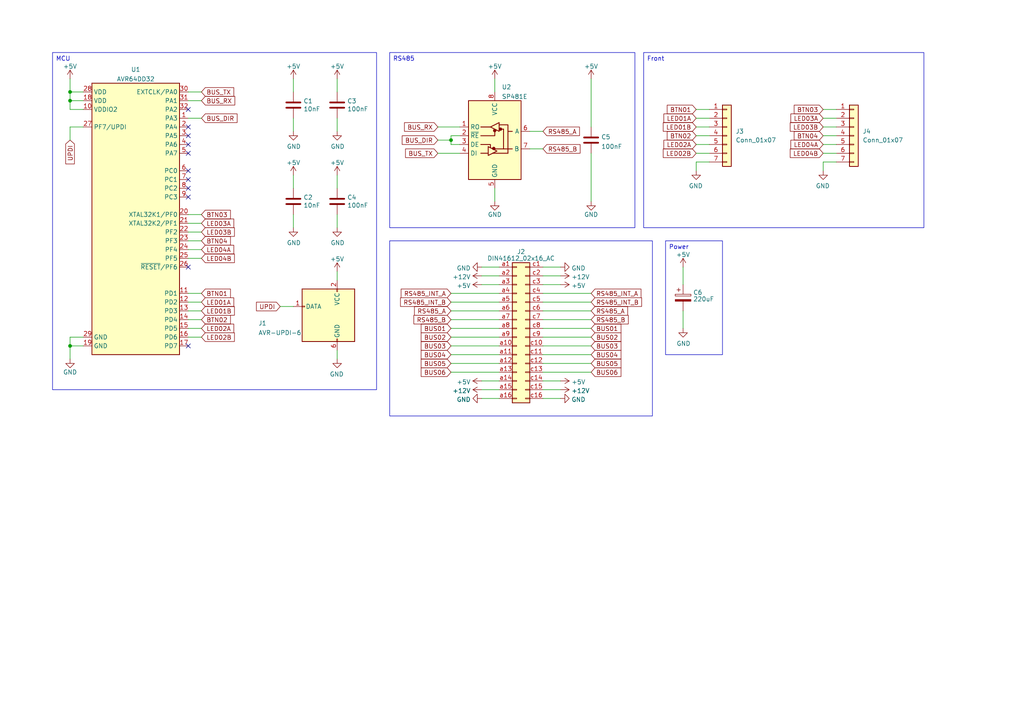
<source format=kicad_sch>
(kicad_sch (version 20230121) (generator eeschema)

  (uuid 57ad5df2-8927-46d9-a1a6-3ab989d6d6dd)

  (paper "A4")

  (lib_symbols
    (symbol "Connector:AVR-UPDI-6" (pin_names (offset 1.016)) (in_bom yes) (on_board yes)
      (property "Reference" "J" (at -6.35 8.89 0)
        (effects (font (size 1.27 1.27)) (justify left))
      )
      (property "Value" "AVR-UPDI-6" (at 0 8.89 0)
        (effects (font (size 1.27 1.27)) (justify left))
      )
      (property "Footprint" "" (at -6.35 -1.27 90)
        (effects (font (size 1.27 1.27)) hide)
      )
      (property "Datasheet" "https://www.microchip.com/webdoc/GUID-9D10622A-5C16-4405-B092-1BDD437B4976/index.html?GUID-9B349315-2842-4189-B88C-49F4E1055D7F" (at -32.385 -13.97 0)
        (effects (font (size 1.27 1.27)) hide)
      )
      (property "ki_keywords" "AVR UPDI Connector" (at 0 0 0)
        (effects (font (size 1.27 1.27)) hide)
      )
      (property "ki_description" "Atmel 6-pin UPDI connector" (at 0 0 0)
        (effects (font (size 1.27 1.27)) hide)
      )
      (property "ki_fp_filters" "IDC?Header*2x03* Pin?Header*2x03*" (at 0 0 0)
        (effects (font (size 1.27 1.27)) hide)
      )
      (symbol "AVR-UPDI-6_0_1"
        (rectangle (start -2.667 -6.858) (end -2.413 -7.62)
          (stroke (width 0) (type default))
          (fill (type none))
        )
        (rectangle (start -2.667 7.62) (end -2.413 6.858)
          (stroke (width 0) (type default))
          (fill (type none))
        )
        (rectangle (start 7.62 2.667) (end 6.858 2.413)
          (stroke (width 0) (type default))
          (fill (type none))
        )
        (rectangle (start 7.62 7.62) (end -7.62 -7.62)
          (stroke (width 0.254) (type default))
          (fill (type background))
        )
      )
      (symbol "AVR-UPDI-6_1_1"
        (pin passive line (at 10.16 2.54 180) (length 2.54)
          (name "DATA" (effects (font (size 1.27 1.27))))
          (number "1" (effects (font (size 1.27 1.27))))
        )
        (pin passive line (at -2.54 10.16 270) (length 2.54)
          (name "VCC" (effects (font (size 1.27 1.27))))
          (number "2" (effects (font (size 1.27 1.27))))
        )
        (pin no_connect line (at 7.62 0 180) (length 2.54) hide
          (name "NC" (effects (font (size 1.27 1.27))))
          (number "3" (effects (font (size 1.27 1.27))))
        )
        (pin no_connect line (at 7.62 -2.54 180) (length 2.54) hide
          (name "NC" (effects (font (size 1.27 1.27))))
          (number "4" (effects (font (size 1.27 1.27))))
        )
        (pin no_connect line (at 7.62 -5.08 180) (length 2.54) hide
          (name "NC" (effects (font (size 1.27 1.27))))
          (number "5" (effects (font (size 1.27 1.27))))
        )
        (pin passive line (at -2.54 -10.16 90) (length 2.54)
          (name "GND" (effects (font (size 1.27 1.27))))
          (number "6" (effects (font (size 1.27 1.27))))
        )
      )
    )
    (symbol "Connector:DIN41612_02x16_AC" (pin_names (offset 1.016) hide) (in_bom yes) (on_board yes)
      (property "Reference" "J" (at 1.27 20.32 0)
        (effects (font (size 1.27 1.27)))
      )
      (property "Value" "DIN41612_02x16_AC" (at 1.27 -22.86 0)
        (effects (font (size 1.27 1.27)))
      )
      (property "Footprint" "" (at 0 0 0)
        (effects (font (size 1.27 1.27)) hide)
      )
      (property "Datasheet" "~" (at 0 0 0)
        (effects (font (size 1.27 1.27)) hide)
      )
      (property "ki_keywords" "connector" (at 0 0 0)
        (effects (font (size 1.27 1.27)) hide)
      )
      (property "ki_description" "DIN41612 connector, double row (AC), 02x16, script generated (kicad-library-utils/schlib/autogen/connector/)" (at 0 0 0)
        (effects (font (size 1.27 1.27)) hide)
      )
      (property "ki_fp_filters" "DIN41612*2x*" (at 0 0 0)
        (effects (font (size 1.27 1.27)) hide)
      )
      (symbol "DIN41612_02x16_AC_1_1"
        (rectangle (start -1.27 -20.193) (end 0 -20.447)
          (stroke (width 0.1524) (type default))
          (fill (type none))
        )
        (rectangle (start -1.27 -17.653) (end 0 -17.907)
          (stroke (width 0.1524) (type default))
          (fill (type none))
        )
        (rectangle (start -1.27 -15.113) (end 0 -15.367)
          (stroke (width 0.1524) (type default))
          (fill (type none))
        )
        (rectangle (start -1.27 -12.573) (end 0 -12.827)
          (stroke (width 0.1524) (type default))
          (fill (type none))
        )
        (rectangle (start -1.27 -10.033) (end 0 -10.287)
          (stroke (width 0.1524) (type default))
          (fill (type none))
        )
        (rectangle (start -1.27 -7.493) (end 0 -7.747)
          (stroke (width 0.1524) (type default))
          (fill (type none))
        )
        (rectangle (start -1.27 -4.953) (end 0 -5.207)
          (stroke (width 0.1524) (type default))
          (fill (type none))
        )
        (rectangle (start -1.27 -2.413) (end 0 -2.667)
          (stroke (width 0.1524) (type default))
          (fill (type none))
        )
        (rectangle (start -1.27 0.127) (end 0 -0.127)
          (stroke (width 0.1524) (type default))
          (fill (type none))
        )
        (rectangle (start -1.27 2.667) (end 0 2.413)
          (stroke (width 0.1524) (type default))
          (fill (type none))
        )
        (rectangle (start -1.27 5.207) (end 0 4.953)
          (stroke (width 0.1524) (type default))
          (fill (type none))
        )
        (rectangle (start -1.27 7.747) (end 0 7.493)
          (stroke (width 0.1524) (type default))
          (fill (type none))
        )
        (rectangle (start -1.27 10.287) (end 0 10.033)
          (stroke (width 0.1524) (type default))
          (fill (type none))
        )
        (rectangle (start -1.27 12.827) (end 0 12.573)
          (stroke (width 0.1524) (type default))
          (fill (type none))
        )
        (rectangle (start -1.27 15.367) (end 0 15.113)
          (stroke (width 0.1524) (type default))
          (fill (type none))
        )
        (rectangle (start -1.27 17.907) (end 0 17.653)
          (stroke (width 0.1524) (type default))
          (fill (type none))
        )
        (rectangle (start -1.27 19.05) (end 3.81 -21.59)
          (stroke (width 0.254) (type default))
          (fill (type background))
        )
        (rectangle (start 3.81 -20.193) (end 2.54 -20.447)
          (stroke (width 0.1524) (type default))
          (fill (type none))
        )
        (rectangle (start 3.81 -17.653) (end 2.54 -17.907)
          (stroke (width 0.1524) (type default))
          (fill (type none))
        )
        (rectangle (start 3.81 -15.113) (end 2.54 -15.367)
          (stroke (width 0.1524) (type default))
          (fill (type none))
        )
        (rectangle (start 3.81 -12.573) (end 2.54 -12.827)
          (stroke (width 0.1524) (type default))
          (fill (type none))
        )
        (rectangle (start 3.81 -10.033) (end 2.54 -10.287)
          (stroke (width 0.1524) (type default))
          (fill (type none))
        )
        (rectangle (start 3.81 -7.493) (end 2.54 -7.747)
          (stroke (width 0.1524) (type default))
          (fill (type none))
        )
        (rectangle (start 3.81 -4.953) (end 2.54 -5.207)
          (stroke (width 0.1524) (type default))
          (fill (type none))
        )
        (rectangle (start 3.81 -2.413) (end 2.54 -2.667)
          (stroke (width 0.1524) (type default))
          (fill (type none))
        )
        (rectangle (start 3.81 0.127) (end 2.54 -0.127)
          (stroke (width 0.1524) (type default))
          (fill (type none))
        )
        (rectangle (start 3.81 2.667) (end 2.54 2.413)
          (stroke (width 0.1524) (type default))
          (fill (type none))
        )
        (rectangle (start 3.81 5.207) (end 2.54 4.953)
          (stroke (width 0.1524) (type default))
          (fill (type none))
        )
        (rectangle (start 3.81 7.747) (end 2.54 7.493)
          (stroke (width 0.1524) (type default))
          (fill (type none))
        )
        (rectangle (start 3.81 10.287) (end 2.54 10.033)
          (stroke (width 0.1524) (type default))
          (fill (type none))
        )
        (rectangle (start 3.81 12.827) (end 2.54 12.573)
          (stroke (width 0.1524) (type default))
          (fill (type none))
        )
        (rectangle (start 3.81 15.367) (end 2.54 15.113)
          (stroke (width 0.1524) (type default))
          (fill (type none))
        )
        (rectangle (start 3.81 17.907) (end 2.54 17.653)
          (stroke (width 0.1524) (type default))
          (fill (type none))
        )
        (pin passive line (at -5.08 17.78 0) (length 3.81)
          (name "Pin_a1" (effects (font (size 1.27 1.27))))
          (number "a1" (effects (font (size 1.27 1.27))))
        )
        (pin passive line (at -5.08 -5.08 0) (length 3.81)
          (name "Pin_a10" (effects (font (size 1.27 1.27))))
          (number "a10" (effects (font (size 1.27 1.27))))
        )
        (pin passive line (at -5.08 -7.62 0) (length 3.81)
          (name "Pin_a11" (effects (font (size 1.27 1.27))))
          (number "a11" (effects (font (size 1.27 1.27))))
        )
        (pin passive line (at -5.08 -10.16 0) (length 3.81)
          (name "Pin_a12" (effects (font (size 1.27 1.27))))
          (number "a12" (effects (font (size 1.27 1.27))))
        )
        (pin passive line (at -5.08 -12.7 0) (length 3.81)
          (name "Pin_a13" (effects (font (size 1.27 1.27))))
          (number "a13" (effects (font (size 1.27 1.27))))
        )
        (pin passive line (at -5.08 -15.24 0) (length 3.81)
          (name "Pin_a14" (effects (font (size 1.27 1.27))))
          (number "a14" (effects (font (size 1.27 1.27))))
        )
        (pin passive line (at -5.08 -17.78 0) (length 3.81)
          (name "Pin_a15" (effects (font (size 1.27 1.27))))
          (number "a15" (effects (font (size 1.27 1.27))))
        )
        (pin passive line (at -5.08 -20.32 0) (length 3.81)
          (name "Pin_a16" (effects (font (size 1.27 1.27))))
          (number "a16" (effects (font (size 1.27 1.27))))
        )
        (pin passive line (at -5.08 15.24 0) (length 3.81)
          (name "Pin_a2" (effects (font (size 1.27 1.27))))
          (number "a2" (effects (font (size 1.27 1.27))))
        )
        (pin passive line (at -5.08 12.7 0) (length 3.81)
          (name "Pin_a3" (effects (font (size 1.27 1.27))))
          (number "a3" (effects (font (size 1.27 1.27))))
        )
        (pin passive line (at -5.08 10.16 0) (length 3.81)
          (name "Pin_a4" (effects (font (size 1.27 1.27))))
          (number "a4" (effects (font (size 1.27 1.27))))
        )
        (pin passive line (at -5.08 7.62 0) (length 3.81)
          (name "Pin_a5" (effects (font (size 1.27 1.27))))
          (number "a5" (effects (font (size 1.27 1.27))))
        )
        (pin passive line (at -5.08 5.08 0) (length 3.81)
          (name "Pin_a6" (effects (font (size 1.27 1.27))))
          (number "a6" (effects (font (size 1.27 1.27))))
        )
        (pin passive line (at -5.08 2.54 0) (length 3.81)
          (name "Pin_a7" (effects (font (size 1.27 1.27))))
          (number "a7" (effects (font (size 1.27 1.27))))
        )
        (pin passive line (at -5.08 0 0) (length 3.81)
          (name "Pin_a8" (effects (font (size 1.27 1.27))))
          (number "a8" (effects (font (size 1.27 1.27))))
        )
        (pin passive line (at -5.08 -2.54 0) (length 3.81)
          (name "Pin_a9" (effects (font (size 1.27 1.27))))
          (number "a9" (effects (font (size 1.27 1.27))))
        )
        (pin passive line (at 7.62 17.78 180) (length 3.81)
          (name "Pin_c1" (effects (font (size 1.27 1.27))))
          (number "c1" (effects (font (size 1.27 1.27))))
        )
        (pin passive line (at 7.62 -5.08 180) (length 3.81)
          (name "Pin_c10" (effects (font (size 1.27 1.27))))
          (number "c10" (effects (font (size 1.27 1.27))))
        )
        (pin passive line (at 7.62 -7.62 180) (length 3.81)
          (name "Pin_c11" (effects (font (size 1.27 1.27))))
          (number "c11" (effects (font (size 1.27 1.27))))
        )
        (pin passive line (at 7.62 -10.16 180) (length 3.81)
          (name "Pin_c12" (effects (font (size 1.27 1.27))))
          (number "c12" (effects (font (size 1.27 1.27))))
        )
        (pin passive line (at 7.62 -12.7 180) (length 3.81)
          (name "Pin_c13" (effects (font (size 1.27 1.27))))
          (number "c13" (effects (font (size 1.27 1.27))))
        )
        (pin passive line (at 7.62 -15.24 180) (length 3.81)
          (name "Pin_c14" (effects (font (size 1.27 1.27))))
          (number "c14" (effects (font (size 1.27 1.27))))
        )
        (pin passive line (at 7.62 -17.78 180) (length 3.81)
          (name "Pin_c15" (effects (font (size 1.27 1.27))))
          (number "c15" (effects (font (size 1.27 1.27))))
        )
        (pin passive line (at 7.62 -20.32 180) (length 3.81)
          (name "Pin_c16" (effects (font (size 1.27 1.27))))
          (number "c16" (effects (font (size 1.27 1.27))))
        )
        (pin passive line (at 7.62 15.24 180) (length 3.81)
          (name "Pin_c2" (effects (font (size 1.27 1.27))))
          (number "c2" (effects (font (size 1.27 1.27))))
        )
        (pin passive line (at 7.62 12.7 180) (length 3.81)
          (name "Pin_c3" (effects (font (size 1.27 1.27))))
          (number "c3" (effects (font (size 1.27 1.27))))
        )
        (pin passive line (at 7.62 10.16 180) (length 3.81)
          (name "Pin_c4" (effects (font (size 1.27 1.27))))
          (number "c4" (effects (font (size 1.27 1.27))))
        )
        (pin passive line (at 7.62 7.62 180) (length 3.81)
          (name "Pin_c5" (effects (font (size 1.27 1.27))))
          (number "c5" (effects (font (size 1.27 1.27))))
        )
        (pin passive line (at 7.62 5.08 180) (length 3.81)
          (name "Pin_c6" (effects (font (size 1.27 1.27))))
          (number "c6" (effects (font (size 1.27 1.27))))
        )
        (pin passive line (at 7.62 2.54 180) (length 3.81)
          (name "Pin_c7" (effects (font (size 1.27 1.27))))
          (number "c7" (effects (font (size 1.27 1.27))))
        )
        (pin passive line (at 7.62 0 180) (length 3.81)
          (name "Pin_c8" (effects (font (size 1.27 1.27))))
          (number "c8" (effects (font (size 1.27 1.27))))
        )
        (pin passive line (at 7.62 -2.54 180) (length 3.81)
          (name "Pin_c9" (effects (font (size 1.27 1.27))))
          (number "c9" (effects (font (size 1.27 1.27))))
        )
      )
    )
    (symbol "Connector_Generic:Conn_01x07" (pin_names (offset 1.016) hide) (in_bom yes) (on_board yes)
      (property "Reference" "J" (at 0 10.16 0)
        (effects (font (size 1.27 1.27)))
      )
      (property "Value" "Conn_01x07" (at 0 -10.16 0)
        (effects (font (size 1.27 1.27)))
      )
      (property "Footprint" "" (at 0 0 0)
        (effects (font (size 1.27 1.27)) hide)
      )
      (property "Datasheet" "~" (at 0 0 0)
        (effects (font (size 1.27 1.27)) hide)
      )
      (property "ki_keywords" "connector" (at 0 0 0)
        (effects (font (size 1.27 1.27)) hide)
      )
      (property "ki_description" "Generic connector, single row, 01x07, script generated (kicad-library-utils/schlib/autogen/connector/)" (at 0 0 0)
        (effects (font (size 1.27 1.27)) hide)
      )
      (property "ki_fp_filters" "Connector*:*_1x??_*" (at 0 0 0)
        (effects (font (size 1.27 1.27)) hide)
      )
      (symbol "Conn_01x07_1_1"
        (rectangle (start -1.27 -7.493) (end 0 -7.747)
          (stroke (width 0.1524) (type default))
          (fill (type none))
        )
        (rectangle (start -1.27 -4.953) (end 0 -5.207)
          (stroke (width 0.1524) (type default))
          (fill (type none))
        )
        (rectangle (start -1.27 -2.413) (end 0 -2.667)
          (stroke (width 0.1524) (type default))
          (fill (type none))
        )
        (rectangle (start -1.27 0.127) (end 0 -0.127)
          (stroke (width 0.1524) (type default))
          (fill (type none))
        )
        (rectangle (start -1.27 2.667) (end 0 2.413)
          (stroke (width 0.1524) (type default))
          (fill (type none))
        )
        (rectangle (start -1.27 5.207) (end 0 4.953)
          (stroke (width 0.1524) (type default))
          (fill (type none))
        )
        (rectangle (start -1.27 7.747) (end 0 7.493)
          (stroke (width 0.1524) (type default))
          (fill (type none))
        )
        (rectangle (start -1.27 8.89) (end 1.27 -8.89)
          (stroke (width 0.254) (type default))
          (fill (type background))
        )
        (pin passive line (at -5.08 7.62 0) (length 3.81)
          (name "Pin_1" (effects (font (size 1.27 1.27))))
          (number "1" (effects (font (size 1.27 1.27))))
        )
        (pin passive line (at -5.08 5.08 0) (length 3.81)
          (name "Pin_2" (effects (font (size 1.27 1.27))))
          (number "2" (effects (font (size 1.27 1.27))))
        )
        (pin passive line (at -5.08 2.54 0) (length 3.81)
          (name "Pin_3" (effects (font (size 1.27 1.27))))
          (number "3" (effects (font (size 1.27 1.27))))
        )
        (pin passive line (at -5.08 0 0) (length 3.81)
          (name "Pin_4" (effects (font (size 1.27 1.27))))
          (number "4" (effects (font (size 1.27 1.27))))
        )
        (pin passive line (at -5.08 -2.54 0) (length 3.81)
          (name "Pin_5" (effects (font (size 1.27 1.27))))
          (number "5" (effects (font (size 1.27 1.27))))
        )
        (pin passive line (at -5.08 -5.08 0) (length 3.81)
          (name "Pin_6" (effects (font (size 1.27 1.27))))
          (number "6" (effects (font (size 1.27 1.27))))
        )
        (pin passive line (at -5.08 -7.62 0) (length 3.81)
          (name "Pin_7" (effects (font (size 1.27 1.27))))
          (number "7" (effects (font (size 1.27 1.27))))
        )
      )
    )
    (symbol "Device:C" (pin_numbers hide) (pin_names (offset 0.254)) (in_bom yes) (on_board yes)
      (property "Reference" "C" (at 0.635 2.54 0)
        (effects (font (size 1.27 1.27)) (justify left))
      )
      (property "Value" "C" (at 0.635 -2.54 0)
        (effects (font (size 1.27 1.27)) (justify left))
      )
      (property "Footprint" "" (at 0.9652 -3.81 0)
        (effects (font (size 1.27 1.27)) hide)
      )
      (property "Datasheet" "~" (at 0 0 0)
        (effects (font (size 1.27 1.27)) hide)
      )
      (property "ki_keywords" "cap capacitor" (at 0 0 0)
        (effects (font (size 1.27 1.27)) hide)
      )
      (property "ki_description" "Unpolarized capacitor" (at 0 0 0)
        (effects (font (size 1.27 1.27)) hide)
      )
      (property "ki_fp_filters" "C_*" (at 0 0 0)
        (effects (font (size 1.27 1.27)) hide)
      )
      (symbol "C_0_1"
        (polyline
          (pts
            (xy -2.032 -0.762)
            (xy 2.032 -0.762)
          )
          (stroke (width 0.508) (type default))
          (fill (type none))
        )
        (polyline
          (pts
            (xy -2.032 0.762)
            (xy 2.032 0.762)
          )
          (stroke (width 0.508) (type default))
          (fill (type none))
        )
      )
      (symbol "C_1_1"
        (pin passive line (at 0 3.81 270) (length 2.794)
          (name "~" (effects (font (size 1.27 1.27))))
          (number "1" (effects (font (size 1.27 1.27))))
        )
        (pin passive line (at 0 -3.81 90) (length 2.794)
          (name "~" (effects (font (size 1.27 1.27))))
          (number "2" (effects (font (size 1.27 1.27))))
        )
      )
    )
    (symbol "Device:C_Polarized" (pin_numbers hide) (pin_names (offset 0.254)) (in_bom yes) (on_board yes)
      (property "Reference" "C" (at 0.635 2.54 0)
        (effects (font (size 1.27 1.27)) (justify left))
      )
      (property "Value" "C_Polarized" (at 0.635 -2.54 0)
        (effects (font (size 1.27 1.27)) (justify left))
      )
      (property "Footprint" "" (at 0.9652 -3.81 0)
        (effects (font (size 1.27 1.27)) hide)
      )
      (property "Datasheet" "~" (at 0 0 0)
        (effects (font (size 1.27 1.27)) hide)
      )
      (property "ki_keywords" "cap capacitor" (at 0 0 0)
        (effects (font (size 1.27 1.27)) hide)
      )
      (property "ki_description" "Polarized capacitor" (at 0 0 0)
        (effects (font (size 1.27 1.27)) hide)
      )
      (property "ki_fp_filters" "CP_*" (at 0 0 0)
        (effects (font (size 1.27 1.27)) hide)
      )
      (symbol "C_Polarized_0_1"
        (rectangle (start -2.286 0.508) (end 2.286 1.016)
          (stroke (width 0) (type default))
          (fill (type none))
        )
        (polyline
          (pts
            (xy -1.778 2.286)
            (xy -0.762 2.286)
          )
          (stroke (width 0) (type default))
          (fill (type none))
        )
        (polyline
          (pts
            (xy -1.27 2.794)
            (xy -1.27 1.778)
          )
          (stroke (width 0) (type default))
          (fill (type none))
        )
        (rectangle (start 2.286 -0.508) (end -2.286 -1.016)
          (stroke (width 0) (type default))
          (fill (type outline))
        )
      )
      (symbol "C_Polarized_1_1"
        (pin passive line (at 0 3.81 270) (length 2.794)
          (name "~" (effects (font (size 1.27 1.27))))
          (number "1" (effects (font (size 1.27 1.27))))
        )
        (pin passive line (at 0 -3.81 90) (length 2.794)
          (name "~" (effects (font (size 1.27 1.27))))
          (number "2" (effects (font (size 1.27 1.27))))
        )
      )
    )
    (symbol "kiu:AVR64DD32" (in_bom yes) (on_board yes)
      (property "Reference" "U" (at -12.7 -19.05 0)
        (effects (font (size 1.27 1.27)))
      )
      (property "Value" "AVR64DD32" (at 7.62 -19.05 0)
        (effects (font (size 1.27 1.27)))
      )
      (property "Footprint" "" (at 0 0 0)
        (effects (font (size 1.27 1.27)) hide)
      )
      (property "Datasheet" "" (at 0 0 0)
        (effects (font (size 1.27 1.27)) hide)
      )
      (symbol "AVR64DD32_0_1"
        (rectangle (start -12.7 -20.32) (end 12.7 -99.06)
          (stroke (width 0.254) (type default))
          (fill (type background))
        )
      )
      (symbol "AVR64DD32_1_1"
        (pin bidirectional line (at 15.24 -30.48 180) (length 2.54)
          (name "PA3" (effects (font (size 1.27 1.27))))
          (number "1" (effects (font (size 1.27 1.27))))
        )
        (pin power_in line (at -15.24 -27.94 0) (length 2.54)
          (name "VDDIO2" (effects (font (size 1.27 1.27))))
          (number "10" (effects (font (size 1.27 1.27))))
        )
        (pin bidirectional line (at 15.24 -81.28 180) (length 2.54)
          (name "PD1" (effects (font (size 1.27 1.27))))
          (number "11" (effects (font (size 1.27 1.27))))
        )
        (pin bidirectional line (at 15.24 -83.82 180) (length 2.54)
          (name "PD2" (effects (font (size 1.27 1.27))))
          (number "12" (effects (font (size 1.27 1.27))))
        )
        (pin bidirectional line (at 15.24 -86.36 180) (length 2.54)
          (name "PD3" (effects (font (size 1.27 1.27))))
          (number "13" (effects (font (size 1.27 1.27))))
        )
        (pin bidirectional line (at 15.24 -88.9 180) (length 2.54)
          (name "PD4" (effects (font (size 1.27 1.27))))
          (number "14" (effects (font (size 1.27 1.27))))
        )
        (pin bidirectional line (at 15.24 -91.44 180) (length 2.54)
          (name "PD5" (effects (font (size 1.27 1.27))))
          (number "15" (effects (font (size 1.27 1.27))))
        )
        (pin bidirectional line (at 15.24 -93.98 180) (length 2.54)
          (name "PD6" (effects (font (size 1.27 1.27))))
          (number "16" (effects (font (size 1.27 1.27))))
        )
        (pin bidirectional line (at 15.24 -96.52 180) (length 2.54)
          (name "PD7" (effects (font (size 1.27 1.27))))
          (number "17" (effects (font (size 1.27 1.27))))
        )
        (pin power_in line (at -15.24 -25.4 0) (length 2.54)
          (name "VDD" (effects (font (size 1.27 1.27))))
          (number "18" (effects (font (size 1.27 1.27))))
        )
        (pin power_in line (at -15.24 -96.52 0) (length 2.54)
          (name "GND" (effects (font (size 1.27 1.27))))
          (number "19" (effects (font (size 1.27 1.27))))
        )
        (pin bidirectional line (at 15.24 -33.02 180) (length 2.54)
          (name "PA4" (effects (font (size 1.27 1.27))))
          (number "2" (effects (font (size 1.27 1.27))))
        )
        (pin bidirectional line (at 15.24 -58.42 180) (length 2.54)
          (name "XTAL32K1/PF0" (effects (font (size 1.27 1.27))))
          (number "20" (effects (font (size 1.27 1.27))))
        )
        (pin bidirectional line (at 15.24 -60.96 180) (length 2.54)
          (name "XTAL32K2/PF1" (effects (font (size 1.27 1.27))))
          (number "21" (effects (font (size 1.27 1.27))))
        )
        (pin bidirectional line (at 15.24 -63.5 180) (length 2.54)
          (name "PF2" (effects (font (size 1.27 1.27))))
          (number "22" (effects (font (size 1.27 1.27))))
        )
        (pin bidirectional line (at 15.24 -66.04 180) (length 2.54)
          (name "PF3" (effects (font (size 1.27 1.27))))
          (number "23" (effects (font (size 1.27 1.27))))
        )
        (pin bidirectional line (at 15.24 -68.58 180) (length 2.54)
          (name "PF4" (effects (font (size 1.27 1.27))))
          (number "24" (effects (font (size 1.27 1.27))))
        )
        (pin bidirectional line (at 15.24 -71.12 180) (length 2.54)
          (name "PF5" (effects (font (size 1.27 1.27))))
          (number "25" (effects (font (size 1.27 1.27))))
        )
        (pin input line (at 15.24 -73.66 180) (length 2.54)
          (name "~{RESET}/PF6" (effects (font (size 1.27 1.27))))
          (number "26" (effects (font (size 1.27 1.27))))
        )
        (pin bidirectional line (at -15.24 -33.02 0) (length 2.54)
          (name "PF7/UPDI" (effects (font (size 1.27 1.27))))
          (number "27" (effects (font (size 1.27 1.27))))
        )
        (pin power_in line (at -15.24 -22.86 0) (length 2.54)
          (name "VDD" (effects (font (size 1.27 1.27))))
          (number "28" (effects (font (size 1.27 1.27))))
        )
        (pin power_in line (at -15.24 -93.98 0) (length 2.54)
          (name "GND" (effects (font (size 1.27 1.27))))
          (number "29" (effects (font (size 1.27 1.27))))
        )
        (pin bidirectional line (at 15.24 -35.56 180) (length 2.54)
          (name "PA5" (effects (font (size 1.27 1.27))))
          (number "3" (effects (font (size 1.27 1.27))))
        )
        (pin bidirectional line (at 15.24 -22.86 180) (length 2.54)
          (name "EXTCLK/PA0" (effects (font (size 1.27 1.27))))
          (number "30" (effects (font (size 1.27 1.27))))
        )
        (pin bidirectional line (at 15.24 -25.4 180) (length 2.54)
          (name "PA1" (effects (font (size 1.27 1.27))))
          (number "31" (effects (font (size 1.27 1.27))))
        )
        (pin bidirectional line (at 15.24 -27.94 180) (length 2.54)
          (name "PA2" (effects (font (size 1.27 1.27))))
          (number "32" (effects (font (size 1.27 1.27))))
        )
        (pin bidirectional line (at 15.24 -38.1 180) (length 2.54)
          (name "PA6" (effects (font (size 1.27 1.27))))
          (number "4" (effects (font (size 1.27 1.27))))
        )
        (pin bidirectional line (at 15.24 -40.64 180) (length 2.54)
          (name "PA7" (effects (font (size 1.27 1.27))))
          (number "5" (effects (font (size 1.27 1.27))))
        )
        (pin bidirectional line (at 15.24 -45.72 180) (length 2.54)
          (name "PC0" (effects (font (size 1.27 1.27))))
          (number "6" (effects (font (size 1.27 1.27))))
        )
        (pin bidirectional line (at 15.24 -48.26 180) (length 2.54)
          (name "PC1" (effects (font (size 1.27 1.27))))
          (number "7" (effects (font (size 1.27 1.27))))
        )
        (pin bidirectional line (at 15.24 -50.8 180) (length 2.54)
          (name "PC2" (effects (font (size 1.27 1.27))))
          (number "8" (effects (font (size 1.27 1.27))))
        )
        (pin bidirectional line (at 15.24 -53.34 180) (length 2.54)
          (name "PC3" (effects (font (size 1.27 1.27))))
          (number "9" (effects (font (size 1.27 1.27))))
        )
      )
    )
    (symbol "kiu:SP481E" (in_bom yes) (on_board yes)
      (property "Reference" "U" (at 3.81 12.7 0)
        (effects (font (size 1.27 1.27)))
      )
      (property "Value" "SP481E" (at 7.62 -12.7 0)
        (effects (font (size 1.27 1.27)) (justify right))
      )
      (property "Footprint" "" (at 0 0 0)
        (effects (font (size 1.27 1.27)) hide)
      )
      (property "Datasheet" "" (at 0 0 0)
        (effects (font (size 1.27 1.27)) hide)
      )
      (symbol "SP481E_0_1"
        (rectangle (start -7.62 11.43) (end 7.62 -11.43)
          (stroke (width 0.254) (type default))
          (fill (type background))
        )
        (circle (center -0.3048 -2.413) (radius 0.3556)
          (stroke (width 0.254) (type default))
          (fill (type outline))
        )
        (circle (center -0.0254 2.7686) (radius 0.3556)
          (stroke (width 0.254) (type default))
          (fill (type outline))
        )
        (polyline
          (pts
            (xy -4.064 -3.81)
            (xy -1.905 -3.81)
          )
          (stroke (width 0.254) (type default))
          (fill (type none))
        )
        (polyline
          (pts
            (xy -4.064 3.81)
            (xy -1.27 3.81)
          )
          (stroke (width 0.254) (type default))
          (fill (type none))
        )
        (polyline
          (pts
            (xy -1.27 -1.9304)
            (xy -1.27 -2.1844)
          )
          (stroke (width 0.254) (type default))
          (fill (type none))
        )
        (polyline
          (pts
            (xy -0.635 -3.81)
            (xy 3.81 -3.81)
          )
          (stroke (width 0.254) (type default))
          (fill (type none))
        )
        (polyline
          (pts
            (xy 1.27 3.175)
            (xy 2.54 3.175)
          )
          (stroke (width 0.254) (type default))
          (fill (type none))
        )
        (polyline
          (pts
            (xy 2.54 -2.54)
            (xy 5.08 -2.54)
          )
          (stroke (width 0.254) (type default))
          (fill (type none))
        )
        (polyline
          (pts
            (xy 3.81 2.54)
            (xy 5.08 2.54)
          )
          (stroke (width 0.254) (type default))
          (fill (type none))
        )
        (polyline
          (pts
            (xy -4.064 -1.27)
            (xy -1.27 -1.27)
            (xy -1.27 -1.905)
          )
          (stroke (width 0.254) (type default))
          (fill (type none))
        )
        (polyline
          (pts
            (xy 0 2.54)
            (xy 0 1.27)
            (xy -4.064 1.27)
          )
          (stroke (width 0.254) (type default))
          (fill (type none))
        )
        (polyline
          (pts
            (xy 1.27 4.445)
            (xy 3.81 4.445)
            (xy 3.81 -3.81)
          )
          (stroke (width 0.254) (type default))
          (fill (type none))
        )
        (polyline
          (pts
            (xy 2.54 3.175)
            (xy 2.54 -2.54)
            (xy 0 -2.54)
          )
          (stroke (width 0.254) (type default))
          (fill (type none))
        )
        (polyline
          (pts
            (xy -1.905 -1.905)
            (xy -1.905 -4.445)
            (xy 0.635 -3.175)
            (xy -1.905 -1.905)
          )
          (stroke (width 0.254) (type default))
          (fill (type none))
        )
        (polyline
          (pts
            (xy -1.27 3.81)
            (xy 1.27 5.08)
            (xy 1.27 2.54)
            (xy -1.27 3.81)
          )
          (stroke (width 0.254) (type default))
          (fill (type none))
        )
        (rectangle (start 1.27 4.445) (end 1.27 4.445)
          (stroke (width 0) (type default))
          (fill (type none))
        )
        (circle (center 1.651 3.175) (radius 0.3556)
          (stroke (width 0.254) (type default))
          (fill (type outline))
        )
      )
      (symbol "SP481E_1_1"
        (pin output line (at -10.16 3.81 0) (length 2.54)
          (name "RO" (effects (font (size 1.27 1.27))))
          (number "1" (effects (font (size 1.27 1.27))))
        )
        (pin input line (at -10.16 1.27 0) (length 2.54)
          (name "~{RE}" (effects (font (size 1.27 1.27))))
          (number "2" (effects (font (size 1.27 1.27))))
        )
        (pin input line (at -10.16 -1.27 0) (length 2.54)
          (name "DE" (effects (font (size 1.27 1.27))))
          (number "3" (effects (font (size 1.27 1.27))))
        )
        (pin input line (at -10.16 -3.81 0) (length 2.54)
          (name "DI" (effects (font (size 1.27 1.27))))
          (number "4" (effects (font (size 1.27 1.27))))
        )
        (pin power_in line (at 0 -13.97 90) (length 2.54)
          (name "GND" (effects (font (size 1.27 1.27))))
          (number "5" (effects (font (size 1.27 1.27))))
        )
        (pin bidirectional line (at 10.16 2.54 180) (length 2.54)
          (name "A" (effects (font (size 1.27 1.27))))
          (number "6" (effects (font (size 1.27 1.27))))
        )
        (pin bidirectional line (at 10.16 -2.54 180) (length 2.54)
          (name "B" (effects (font (size 1.27 1.27))))
          (number "7" (effects (font (size 1.27 1.27))))
        )
        (pin power_in line (at 0 13.97 270) (length 2.54)
          (name "VCC" (effects (font (size 1.27 1.27))))
          (number "8" (effects (font (size 1.27 1.27))))
        )
      )
    )
    (symbol "power:+12V" (power) (pin_names (offset 0)) (in_bom yes) (on_board yes)
      (property "Reference" "#PWR" (at 0 -3.81 0)
        (effects (font (size 1.27 1.27)) hide)
      )
      (property "Value" "+12V" (at 0 3.556 0)
        (effects (font (size 1.27 1.27)))
      )
      (property "Footprint" "" (at 0 0 0)
        (effects (font (size 1.27 1.27)) hide)
      )
      (property "Datasheet" "" (at 0 0 0)
        (effects (font (size 1.27 1.27)) hide)
      )
      (property "ki_keywords" "global power" (at 0 0 0)
        (effects (font (size 1.27 1.27)) hide)
      )
      (property "ki_description" "Power symbol creates a global label with name \"+12V\"" (at 0 0 0)
        (effects (font (size 1.27 1.27)) hide)
      )
      (symbol "+12V_0_1"
        (polyline
          (pts
            (xy -0.762 1.27)
            (xy 0 2.54)
          )
          (stroke (width 0) (type default))
          (fill (type none))
        )
        (polyline
          (pts
            (xy 0 0)
            (xy 0 2.54)
          )
          (stroke (width 0) (type default))
          (fill (type none))
        )
        (polyline
          (pts
            (xy 0 2.54)
            (xy 0.762 1.27)
          )
          (stroke (width 0) (type default))
          (fill (type none))
        )
      )
      (symbol "+12V_1_1"
        (pin power_in line (at 0 0 90) (length 0) hide
          (name "+12V" (effects (font (size 1.27 1.27))))
          (number "1" (effects (font (size 1.27 1.27))))
        )
      )
    )
    (symbol "power:+5V" (power) (pin_names (offset 0)) (in_bom yes) (on_board yes)
      (property "Reference" "#PWR" (at 0 -3.81 0)
        (effects (font (size 1.27 1.27)) hide)
      )
      (property "Value" "+5V" (at 0 3.556 0)
        (effects (font (size 1.27 1.27)))
      )
      (property "Footprint" "" (at 0 0 0)
        (effects (font (size 1.27 1.27)) hide)
      )
      (property "Datasheet" "" (at 0 0 0)
        (effects (font (size 1.27 1.27)) hide)
      )
      (property "ki_keywords" "global power" (at 0 0 0)
        (effects (font (size 1.27 1.27)) hide)
      )
      (property "ki_description" "Power symbol creates a global label with name \"+5V\"" (at 0 0 0)
        (effects (font (size 1.27 1.27)) hide)
      )
      (symbol "+5V_0_1"
        (polyline
          (pts
            (xy -0.762 1.27)
            (xy 0 2.54)
          )
          (stroke (width 0) (type default))
          (fill (type none))
        )
        (polyline
          (pts
            (xy 0 0)
            (xy 0 2.54)
          )
          (stroke (width 0) (type default))
          (fill (type none))
        )
        (polyline
          (pts
            (xy 0 2.54)
            (xy 0.762 1.27)
          )
          (stroke (width 0) (type default))
          (fill (type none))
        )
      )
      (symbol "+5V_1_1"
        (pin power_in line (at 0 0 90) (length 0) hide
          (name "+5V" (effects (font (size 1.27 1.27))))
          (number "1" (effects (font (size 1.27 1.27))))
        )
      )
    )
    (symbol "power:GND" (power) (pin_names (offset 0)) (in_bom yes) (on_board yes)
      (property "Reference" "#PWR" (at 0 -6.35 0)
        (effects (font (size 1.27 1.27)) hide)
      )
      (property "Value" "GND" (at 0 -3.81 0)
        (effects (font (size 1.27 1.27)))
      )
      (property "Footprint" "" (at 0 0 0)
        (effects (font (size 1.27 1.27)) hide)
      )
      (property "Datasheet" "" (at 0 0 0)
        (effects (font (size 1.27 1.27)) hide)
      )
      (property "ki_keywords" "global power" (at 0 0 0)
        (effects (font (size 1.27 1.27)) hide)
      )
      (property "ki_description" "Power symbol creates a global label with name \"GND\" , ground" (at 0 0 0)
        (effects (font (size 1.27 1.27)) hide)
      )
      (symbol "GND_0_1"
        (polyline
          (pts
            (xy 0 0)
            (xy 0 -1.27)
            (xy 1.27 -1.27)
            (xy 0 -2.54)
            (xy -1.27 -1.27)
            (xy 0 -1.27)
          )
          (stroke (width 0) (type default))
          (fill (type none))
        )
      )
      (symbol "GND_1_1"
        (pin power_in line (at 0 0 270) (length 0) hide
          (name "GND" (effects (font (size 1.27 1.27))))
          (number "1" (effects (font (size 1.27 1.27))))
        )
      )
    )
  )

  (junction (at 130.81 40.64) (diameter 0) (color 0 0 0 0)
    (uuid 06440df4-f059-4599-a5de-8ab5b284bbdc)
  )
  (junction (at 20.32 100.33) (diameter 0) (color 0 0 0 0)
    (uuid 597ff1ca-5a2d-4c94-9983-f238ed60269a)
  )
  (junction (at 20.32 26.67) (diameter 0) (color 0 0 0 0)
    (uuid 95efd4e5-ac00-4275-861a-927aa1980491)
  )
  (junction (at 20.32 29.21) (diameter 0) (color 0 0 0 0)
    (uuid ffc215d4-1a4b-4fe5-ae49-1f1f3fb7785a)
  )

  (no_connect (at 54.61 36.83) (uuid 1113ce6b-37b7-47b4-a1b2-d6183b09dd95))
  (no_connect (at 54.61 52.07) (uuid 26e7271b-14be-47ce-ba57-817f4afe8a15))
  (no_connect (at 54.61 39.37) (uuid 56a02fa8-2e19-4e8c-95ea-4908c1993237))
  (no_connect (at 54.61 77.47) (uuid 94144ede-7d23-4483-8f97-a16adbf73de3))
  (no_connect (at 54.61 31.75) (uuid a3abd213-79d6-4d89-88a4-5b2b827722c4))
  (no_connect (at 54.61 44.45) (uuid c2e92496-f165-4d2c-b9a0-31ce0c40bea3))
  (no_connect (at 54.61 100.33) (uuid c63c45f0-63ba-4cb5-810a-f1300f764305))
  (no_connect (at 54.61 54.61) (uuid dbe48f02-bcce-402c-b89d-f8f55b7459db))
  (no_connect (at 54.61 57.15) (uuid f0c97c71-740f-45f3-bca8-df1cb636edd9))
  (no_connect (at 54.61 41.91) (uuid fa53d4ae-cfd8-4cda-b7e4-c40bf8db4dc5))
  (no_connect (at 54.61 49.53) (uuid fb4c8248-6a56-4915-a960-89e387a87898))

  (wire (pts (xy 157.48 90.17) (xy 171.45 90.17))
    (stroke (width 0) (type default))
    (uuid 0163fe8d-82b7-4669-81d9-fb4158de0ca4)
  )
  (wire (pts (xy 20.32 29.21) (xy 20.32 31.75))
    (stroke (width 0) (type default))
    (uuid 02515cb2-2f4b-44d8-acc6-026659dc8eda)
  )
  (wire (pts (xy 97.79 22.86) (xy 97.79 26.67))
    (stroke (width 0) (type default))
    (uuid 0bd57488-323d-47b7-84b2-3a234c4d7c4f)
  )
  (wire (pts (xy 20.32 104.14) (xy 20.32 100.33))
    (stroke (width 0) (type default))
    (uuid 14542429-59ee-4065-a212-de3cf96e673d)
  )
  (wire (pts (xy 20.32 29.21) (xy 20.32 26.67))
    (stroke (width 0) (type default))
    (uuid 155d6268-40ed-496a-8d1f-9415c6ee1f90)
  )
  (wire (pts (xy 54.61 97.79) (xy 58.42 97.79))
    (stroke (width 0) (type default))
    (uuid 1603cf0e-eaae-421c-97b9-3502b6a7e762)
  )
  (wire (pts (xy 201.93 34.29) (xy 205.74 34.29))
    (stroke (width 0) (type default))
    (uuid 177f8f39-bffc-4abe-aeb5-16c1a967a5ff)
  )
  (wire (pts (xy 157.48 105.41) (xy 171.45 105.41))
    (stroke (width 0) (type default))
    (uuid 1a94acdb-d5f8-4a56-929c-1b588760b55b)
  )
  (wire (pts (xy 20.32 100.33) (xy 24.13 100.33))
    (stroke (width 0) (type default))
    (uuid 2783924f-3325-4a02-8947-15ad36df519e)
  )
  (wire (pts (xy 157.48 113.03) (xy 162.56 113.03))
    (stroke (width 0) (type default))
    (uuid 2849d551-6266-4df6-9047-697e95ceb388)
  )
  (wire (pts (xy 157.48 85.09) (xy 171.45 85.09))
    (stroke (width 0) (type default))
    (uuid 2912cb0f-0a6b-4b52-a384-f9a91c853bc8)
  )
  (wire (pts (xy 133.35 39.37) (xy 130.81 39.37))
    (stroke (width 0) (type default))
    (uuid 2ac3644a-a286-4cdd-9bb0-f6f50354f333)
  )
  (wire (pts (xy 139.7 82.55) (xy 144.78 82.55))
    (stroke (width 0) (type default))
    (uuid 2b3d7e06-968d-4055-b81b-b66bd8c56cff)
  )
  (wire (pts (xy 139.7 110.49) (xy 144.78 110.49))
    (stroke (width 0) (type default))
    (uuid 2e18b8b3-c6f2-4f52-beb7-afb407db71bb)
  )
  (wire (pts (xy 238.76 46.99) (xy 238.76 49.53))
    (stroke (width 0) (type default))
    (uuid 2e513319-4284-4cb5-a6fd-6fea4cd6d047)
  )
  (wire (pts (xy 201.93 41.91) (xy 205.74 41.91))
    (stroke (width 0) (type default))
    (uuid 2fc181ab-f6bf-41a5-b457-55d6e0307ca3)
  )
  (wire (pts (xy 54.61 95.25) (xy 58.42 95.25))
    (stroke (width 0) (type default))
    (uuid 30b81b7c-9f55-44d7-960e-a92dbdabf455)
  )
  (wire (pts (xy 157.48 80.01) (xy 162.56 80.01))
    (stroke (width 0) (type default))
    (uuid 314b00f5-c3e1-423e-acdf-a174d862fd29)
  )
  (wire (pts (xy 54.61 34.29) (xy 58.42 34.29))
    (stroke (width 0) (type default))
    (uuid 3571001d-f045-4c1f-a221-b26150544e17)
  )
  (wire (pts (xy 54.61 92.71) (xy 58.42 92.71))
    (stroke (width 0) (type default))
    (uuid 3e76f4c6-b055-4e0d-aa55-790d093ac1f4)
  )
  (wire (pts (xy 238.76 41.91) (xy 242.57 41.91))
    (stroke (width 0) (type default))
    (uuid 41f505e3-91e0-47fa-86f3-cd2f5cdf9eb7)
  )
  (wire (pts (xy 130.81 87.63) (xy 144.78 87.63))
    (stroke (width 0) (type default))
    (uuid 42fed2f1-4d63-4765-a2e9-748828586a99)
  )
  (wire (pts (xy 97.79 78.74) (xy 97.79 81.28))
    (stroke (width 0) (type default))
    (uuid 433e4f0b-510f-4acc-b318-8724ffe9179f)
  )
  (wire (pts (xy 54.61 85.09) (xy 58.42 85.09))
    (stroke (width 0) (type default))
    (uuid 44f90459-ac2f-41c8-9582-ba3511c72c60)
  )
  (wire (pts (xy 20.32 36.83) (xy 20.32 40.64))
    (stroke (width 0) (type default))
    (uuid 4735d3e4-9b33-40e9-9e26-058f42ca4724)
  )
  (wire (pts (xy 144.78 107.95) (xy 130.81 107.95))
    (stroke (width 0) (type default))
    (uuid 474661b2-c63e-4de8-ac22-a12204a21435)
  )
  (wire (pts (xy 157.48 77.47) (xy 162.56 77.47))
    (stroke (width 0) (type default))
    (uuid 47609b9f-9276-4833-8af1-d7bf086fd50a)
  )
  (wire (pts (xy 144.78 105.41) (xy 130.81 105.41))
    (stroke (width 0) (type default))
    (uuid 4785d4f2-5b04-4219-bbce-22315d1f431b)
  )
  (wire (pts (xy 24.13 31.75) (xy 20.32 31.75))
    (stroke (width 0) (type default))
    (uuid 4bc57263-d8eb-4903-9e29-047f9b5d7473)
  )
  (wire (pts (xy 153.67 43.18) (xy 157.48 43.18))
    (stroke (width 0) (type default))
    (uuid 4eb3aa8b-f4d7-41ef-9dd4-4d84893a0df9)
  )
  (wire (pts (xy 157.48 87.63) (xy 171.45 87.63))
    (stroke (width 0) (type default))
    (uuid 5296067c-ce0e-4be1-9539-7831ab8d15e3)
  )
  (wire (pts (xy 198.12 77.47) (xy 198.12 82.55))
    (stroke (width 0) (type default))
    (uuid 52e93989-1961-40b5-a567-6ccbab4e7267)
  )
  (wire (pts (xy 97.79 62.23) (xy 97.79 66.04))
    (stroke (width 0) (type default))
    (uuid 54d3ba65-3ae0-4ac2-ad9b-beb28d46f862)
  )
  (wire (pts (xy 85.09 50.8) (xy 85.09 54.61))
    (stroke (width 0) (type default))
    (uuid 550d66cc-7d53-4e6f-932d-df2e37d5d10d)
  )
  (wire (pts (xy 139.7 77.47) (xy 144.78 77.47))
    (stroke (width 0) (type default))
    (uuid 55467c2a-dade-48b4-94fb-7abcf84c7dd9)
  )
  (wire (pts (xy 85.09 22.86) (xy 85.09 26.67))
    (stroke (width 0) (type default))
    (uuid 55e82e06-ac52-4c1b-b274-9b3335a2b1a9)
  )
  (wire (pts (xy 201.93 46.99) (xy 201.93 49.53))
    (stroke (width 0) (type default))
    (uuid 5cc493ad-5738-4724-bf80-0d1b1b53a12e)
  )
  (wire (pts (xy 171.45 22.86) (xy 171.45 36.83))
    (stroke (width 0) (type default))
    (uuid 5dcda332-3ff8-4f5b-a78b-074606cdb3d3)
  )
  (wire (pts (xy 144.78 97.79) (xy 130.81 97.79))
    (stroke (width 0) (type default))
    (uuid 617cadf1-f6d8-4363-95fe-80a15bb19cc7)
  )
  (wire (pts (xy 157.48 102.87) (xy 171.45 102.87))
    (stroke (width 0) (type default))
    (uuid 63a32e54-788b-4d50-adbf-4be93df7b1da)
  )
  (wire (pts (xy 238.76 34.29) (xy 242.57 34.29))
    (stroke (width 0) (type default))
    (uuid 64eb06e7-acdf-4106-bc2a-72146578da88)
  )
  (wire (pts (xy 127 44.45) (xy 133.35 44.45))
    (stroke (width 0) (type default))
    (uuid 67710d58-9b37-4e3b-bd11-ff3466057d19)
  )
  (wire (pts (xy 238.76 44.45) (xy 242.57 44.45))
    (stroke (width 0) (type default))
    (uuid 6a0c92c8-3100-478b-b233-bf95f71ffd3e)
  )
  (wire (pts (xy 24.13 26.67) (xy 20.32 26.67))
    (stroke (width 0) (type default))
    (uuid 6c2ad3b3-3a33-48fb-9c3d-b967c8e8c41f)
  )
  (wire (pts (xy 143.51 22.86) (xy 143.51 26.67))
    (stroke (width 0) (type default))
    (uuid 6ed2e73e-1293-4362-8428-efaa27717ba0)
  )
  (wire (pts (xy 144.78 102.87) (xy 130.81 102.87))
    (stroke (width 0) (type default))
    (uuid 6f3a94ce-0b64-4c65-b5f2-fc66ae5c0d9e)
  )
  (wire (pts (xy 130.81 41.91) (xy 133.35 41.91))
    (stroke (width 0) (type default))
    (uuid 75add9ee-454c-492f-9ab0-c612a2e9dd5c)
  )
  (wire (pts (xy 139.7 115.57) (xy 144.78 115.57))
    (stroke (width 0) (type default))
    (uuid 75ed13fd-b4ba-4dbf-8cc7-d88b1ecc5724)
  )
  (wire (pts (xy 201.93 31.75) (xy 205.74 31.75))
    (stroke (width 0) (type default))
    (uuid 78e6c8c4-ea87-4e28-983a-1099f5078bea)
  )
  (wire (pts (xy 198.12 90.17) (xy 198.12 95.25))
    (stroke (width 0) (type default))
    (uuid 7ed3fd44-e580-4611-a898-057234959847)
  )
  (wire (pts (xy 127 36.83) (xy 133.35 36.83))
    (stroke (width 0) (type default))
    (uuid 80f55678-0543-473f-aba7-97e2ec47da21)
  )
  (wire (pts (xy 157.48 100.33) (xy 171.45 100.33))
    (stroke (width 0) (type default))
    (uuid 81e0495d-0205-4bbc-9476-84866ae27732)
  )
  (wire (pts (xy 130.81 92.71) (xy 144.78 92.71))
    (stroke (width 0) (type default))
    (uuid 83100c8f-c96c-4311-8f2a-100dff3ffeff)
  )
  (wire (pts (xy 127 40.64) (xy 130.81 40.64))
    (stroke (width 0) (type default))
    (uuid 8aa9e2cd-55d0-4449-8392-d808017d5a23)
  )
  (wire (pts (xy 201.93 36.83) (xy 205.74 36.83))
    (stroke (width 0) (type default))
    (uuid 8abcc2d4-27a8-463f-af00-e006b538a317)
  )
  (wire (pts (xy 130.81 40.64) (xy 130.81 41.91))
    (stroke (width 0) (type default))
    (uuid 8b6b1f2f-8181-453f-a194-f18f59b5c04a)
  )
  (wire (pts (xy 144.78 95.25) (xy 130.81 95.25))
    (stroke (width 0) (type default))
    (uuid 8bad39a9-73d1-4aa3-837e-8d15564bbc5f)
  )
  (wire (pts (xy 54.61 29.21) (xy 58.42 29.21))
    (stroke (width 0) (type default))
    (uuid 8c39b167-e737-4821-a40b-96833e2aded7)
  )
  (wire (pts (xy 201.93 46.99) (xy 205.74 46.99))
    (stroke (width 0) (type default))
    (uuid 91c5e3a2-514b-410d-a74f-fcfb26439106)
  )
  (wire (pts (xy 54.61 62.23) (xy 58.42 62.23))
    (stroke (width 0) (type default))
    (uuid 99f32821-4347-4699-9fa0-70cd5ffad123)
  )
  (wire (pts (xy 143.51 54.61) (xy 143.51 58.42))
    (stroke (width 0) (type default))
    (uuid a0a75f4a-df6b-49f5-b043-0883bb3e17eb)
  )
  (wire (pts (xy 238.76 36.83) (xy 242.57 36.83))
    (stroke (width 0) (type default))
    (uuid a1df8ca1-f2bf-4476-901b-df6307c09c33)
  )
  (wire (pts (xy 238.76 31.75) (xy 242.57 31.75))
    (stroke (width 0) (type default))
    (uuid a42442ca-34f3-4129-95b2-8df2fed24975)
  )
  (wire (pts (xy 81.28 88.9) (xy 85.09 88.9))
    (stroke (width 0) (type default))
    (uuid a5c957d7-ea96-428c-b711-3d08cc76e6cd)
  )
  (wire (pts (xy 157.48 82.55) (xy 162.56 82.55))
    (stroke (width 0) (type default))
    (uuid ab1be30d-bab7-4d08-ac05-f690028508ad)
  )
  (wire (pts (xy 97.79 34.29) (xy 97.79 38.1))
    (stroke (width 0) (type default))
    (uuid ac87eb3e-a93b-4b9d-a25c-383ca303d89a)
  )
  (wire (pts (xy 130.81 90.17) (xy 144.78 90.17))
    (stroke (width 0) (type default))
    (uuid acd3f89d-eab6-414d-a0c3-94ee8be8e3b8)
  )
  (wire (pts (xy 20.32 36.83) (xy 24.13 36.83))
    (stroke (width 0) (type default))
    (uuid b2f17f8d-bfda-4902-9b71-c4b2e52408ba)
  )
  (wire (pts (xy 24.13 97.79) (xy 20.32 97.79))
    (stroke (width 0) (type default))
    (uuid b43600bb-138c-4c89-a5ec-2c4a536a9cec)
  )
  (wire (pts (xy 238.76 46.99) (xy 242.57 46.99))
    (stroke (width 0) (type default))
    (uuid b4b278f5-4af4-4ddd-a3da-2bdf5f8fa83c)
  )
  (wire (pts (xy 54.61 64.77) (xy 58.42 64.77))
    (stroke (width 0) (type default))
    (uuid b5d72a80-5fce-4ace-a094-c81162fe40d7)
  )
  (wire (pts (xy 144.78 100.33) (xy 130.81 100.33))
    (stroke (width 0) (type default))
    (uuid b6e48a35-e660-4cfb-a3fd-775e7bed83a8)
  )
  (wire (pts (xy 54.61 87.63) (xy 58.42 87.63))
    (stroke (width 0) (type default))
    (uuid b769dc6e-2fe8-4f4d-91cb-b4d812b9a8ff)
  )
  (wire (pts (xy 54.61 72.39) (xy 58.42 72.39))
    (stroke (width 0) (type default))
    (uuid b8052822-062c-4350-923b-1bb243b0acc1)
  )
  (wire (pts (xy 130.81 39.37) (xy 130.81 40.64))
    (stroke (width 0) (type default))
    (uuid b975816e-5eac-4943-9898-8ffd833ac6ba)
  )
  (wire (pts (xy 54.61 90.17) (xy 58.42 90.17))
    (stroke (width 0) (type default))
    (uuid ba571743-0c25-4d70-a17d-c59070dde13d)
  )
  (wire (pts (xy 24.13 29.21) (xy 20.32 29.21))
    (stroke (width 0) (type default))
    (uuid ba7e4070-d80e-4fe6-8b2b-ed09776d2c46)
  )
  (wire (pts (xy 54.61 69.85) (xy 58.42 69.85))
    (stroke (width 0) (type default))
    (uuid bb879495-f38d-4a92-94a9-909c5b326a9f)
  )
  (wire (pts (xy 171.45 44.45) (xy 171.45 58.42))
    (stroke (width 0) (type default))
    (uuid be77e3b1-eb1e-4798-a8f5-003ab276650b)
  )
  (wire (pts (xy 139.7 113.03) (xy 144.78 113.03))
    (stroke (width 0) (type default))
    (uuid bf25d614-0edf-4ccf-9490-20286a3f8828)
  )
  (wire (pts (xy 54.61 67.31) (xy 58.42 67.31))
    (stroke (width 0) (type default))
    (uuid bffd1b41-e165-4fec-ac96-6ec93424fe65)
  )
  (wire (pts (xy 97.79 50.8) (xy 97.79 54.61))
    (stroke (width 0) (type default))
    (uuid c1ffb4ff-a239-4a38-b030-2edcc2fd63b1)
  )
  (wire (pts (xy 97.79 101.6) (xy 97.79 104.14))
    (stroke (width 0) (type default))
    (uuid c2d0a1f9-4bab-4e38-9221-f1f52dfbbb9b)
  )
  (wire (pts (xy 157.48 92.71) (xy 171.45 92.71))
    (stroke (width 0) (type default))
    (uuid c8fe1cb7-aa2a-40ab-895d-60927f588eab)
  )
  (wire (pts (xy 201.93 39.37) (xy 205.74 39.37))
    (stroke (width 0) (type default))
    (uuid ca5db1e2-f1aa-4896-9a28-4bd162374b2c)
  )
  (wire (pts (xy 157.48 110.49) (xy 162.56 110.49))
    (stroke (width 0) (type default))
    (uuid cae3a8b4-08e4-4195-8a4e-45cb85c4719b)
  )
  (wire (pts (xy 54.61 74.93) (xy 58.42 74.93))
    (stroke (width 0) (type default))
    (uuid cd6a7856-6c97-49dc-ab37-10e66765b78b)
  )
  (wire (pts (xy 20.32 97.79) (xy 20.32 100.33))
    (stroke (width 0) (type default))
    (uuid d72df430-2527-4586-83e3-e6a9880da4fa)
  )
  (wire (pts (xy 238.76 39.37) (xy 242.57 39.37))
    (stroke (width 0) (type default))
    (uuid d7da7e8c-e952-4b6e-be0c-5d68091b3893)
  )
  (wire (pts (xy 130.81 85.09) (xy 144.78 85.09))
    (stroke (width 0) (type default))
    (uuid d8a71262-b860-4708-940a-6deb1ad27d64)
  )
  (wire (pts (xy 157.48 107.95) (xy 171.45 107.95))
    (stroke (width 0) (type default))
    (uuid e3dbd253-1807-41dd-82b2-880fb651b3f5)
  )
  (wire (pts (xy 157.48 95.25) (xy 171.45 95.25))
    (stroke (width 0) (type default))
    (uuid e3fe035a-2124-423f-8c8b-29b48b97754b)
  )
  (wire (pts (xy 153.67 38.1) (xy 157.48 38.1))
    (stroke (width 0) (type default))
    (uuid e42b9dc4-25bc-445a-afc9-71540d9cd43d)
  )
  (wire (pts (xy 139.7 80.01) (xy 144.78 80.01))
    (stroke (width 0) (type default))
    (uuid e47e0bf3-1196-4a74-82ed-1673c7f6f0ee)
  )
  (wire (pts (xy 85.09 34.29) (xy 85.09 38.1))
    (stroke (width 0) (type default))
    (uuid eb17221b-50f3-48ba-a842-a2dee9d61e6e)
  )
  (wire (pts (xy 201.93 44.45) (xy 205.74 44.45))
    (stroke (width 0) (type default))
    (uuid ed17046e-d2ba-481c-9580-f421ea2842f1)
  )
  (wire (pts (xy 85.09 62.23) (xy 85.09 66.04))
    (stroke (width 0) (type default))
    (uuid f1309a3f-0144-4f4d-bc81-6967cd01ba5d)
  )
  (wire (pts (xy 157.48 115.57) (xy 162.56 115.57))
    (stroke (width 0) (type default))
    (uuid f1ffafc1-01b6-4eb8-b72a-45d094be1da6)
  )
  (wire (pts (xy 20.32 26.67) (xy 20.32 22.86))
    (stroke (width 0) (type default))
    (uuid f86d39d0-66db-4618-871a-1c47bba3350a)
  )
  (wire (pts (xy 157.48 97.79) (xy 171.45 97.79))
    (stroke (width 0) (type default))
    (uuid fdfccbb7-7f0d-49dd-8d96-7121740ae77b)
  )
  (wire (pts (xy 54.61 26.67) (xy 58.42 26.67))
    (stroke (width 0) (type default))
    (uuid fef5f033-48a1-480b-814d-e767657fc941)
  )

  (rectangle (start 113.03 69.85) (end 189.23 120.65)
    (stroke (width 0) (type default))
    (fill (type none))
    (uuid 2c7c03fe-0cec-4203-bd8d-3c711c893613)
  )

  (text_box "Front"
    (at 186.69 15.24 0) (size 81.28 50.8)
    (stroke (width 0) (type default))
    (fill (type none))
    (effects (font (size 1.27 1.27)) (justify left top))
    (uuid 3f430b56-424c-448f-8315-b368e84cd474)
  )
  (text_box "Power"
    (at 193.04 69.85 0) (size 16.51 33.02)
    (stroke (width 0) (type default))
    (fill (type none))
    (effects (font (size 1.27 1.27)) (justify left top))
    (uuid 5673e8b2-417d-4b42-9fd0-84f56b14f5c8)
  )
  (text_box "RS485"
    (at 113.03 15.24 0) (size 71.12 50.8)
    (stroke (width 0) (type default))
    (fill (type none))
    (effects (font (size 1.27 1.27)) (justify left top))
    (uuid 83433d16-569d-4d99-9433-60df2e8abb89)
  )
  (text_box "MCU"
    (at 15.24 15.24 0) (size 93.98 97.79)
    (stroke (width 0) (type default))
    (fill (type none))
    (effects (font (size 1.27 1.27)) (justify left top))
    (uuid da1400bf-6660-4f8f-9f91-077ec5a25d0e)
  )

  (global_label "BUS04" (shape input) (at 171.45 102.87 0) (fields_autoplaced)
    (effects (font (size 1.27 1.27)) (justify left))
    (uuid 06167fbb-2a76-4e94-af45-265059e8bc7a)
    (property "Intersheetrefs" "${INTERSHEET_REFS}" (at 180.5848 102.87 0)
      (effects (font (size 1.27 1.27)) (justify left) hide)
    )
  )
  (global_label "BTN01" (shape input) (at 201.93 31.75 180) (fields_autoplaced)
    (effects (font (size 1.27 1.27)) (justify right))
    (uuid 0a01db9a-2e7a-4d15-9a46-91aa301b7a32)
    (property "Intersheetrefs" "${INTERSHEET_REFS}" (at 192.9577 31.75 0)
      (effects (font (size 1.27 1.27)) (justify right) hide)
    )
  )
  (global_label "BUS04" (shape input) (at 130.81 102.87 180) (fields_autoplaced)
    (effects (font (size 1.27 1.27)) (justify right))
    (uuid 0f2b26f2-6115-46fc-804f-6c91a2900930)
    (property "Intersheetrefs" "${INTERSHEET_REFS}" (at 121.6752 102.87 0)
      (effects (font (size 1.27 1.27)) (justify right) hide)
    )
  )
  (global_label "RS485_INT_B" (shape input) (at 171.45 87.63 0) (fields_autoplaced)
    (effects (font (size 1.27 1.27)) (justify left))
    (uuid 1575495e-feb0-4238-8309-9558fad1a187)
    (property "Intersheetrefs" "${INTERSHEET_REFS}" (at 186.5719 87.63 0)
      (effects (font (size 1.27 1.27)) (justify left) hide)
    )
  )
  (global_label "BUS_TX" (shape input) (at 58.42 26.67 0) (fields_autoplaced)
    (effects (font (size 1.27 1.27)) (justify left))
    (uuid 1d382c18-83fa-4961-9042-1c4962fa31f2)
    (property "Intersheetrefs" "${INTERSHEET_REFS}" (at 67.7879 26.7494 0)
      (effects (font (size 1.27 1.27)) (justify left) hide)
    )
  )
  (global_label "BTN03" (shape input) (at 238.76 31.75 180) (fields_autoplaced)
    (effects (font (size 1.27 1.27)) (justify right))
    (uuid 21363024-199e-44d5-9f9f-e1c4af899f19)
    (property "Intersheetrefs" "${INTERSHEET_REFS}" (at 229.7877 31.75 0)
      (effects (font (size 1.27 1.27)) (justify right) hide)
    )
  )
  (global_label "BUS02" (shape input) (at 130.81 97.79 180) (fields_autoplaced)
    (effects (font (size 1.27 1.27)) (justify right))
    (uuid 22580707-03a4-4dfe-b625-cb1ad22b5363)
    (property "Intersheetrefs" "${INTERSHEET_REFS}" (at 121.6752 97.79 0)
      (effects (font (size 1.27 1.27)) (justify right) hide)
    )
  )
  (global_label "RS485_A" (shape input) (at 157.48 38.1 0) (fields_autoplaced)
    (effects (font (size 1.27 1.27)) (justify left))
    (uuid 24ce3189-6f91-49fe-a347-69e11f5a28d2)
    (property "Intersheetrefs" "${INTERSHEET_REFS}" (at 168.6294 38.1 0)
      (effects (font (size 1.27 1.27)) (justify left) hide)
    )
  )
  (global_label "BUS02" (shape input) (at 171.45 97.79 0) (fields_autoplaced)
    (effects (font (size 1.27 1.27)) (justify left))
    (uuid 26a88795-a91d-4836-965b-606d7c28e9f5)
    (property "Intersheetrefs" "${INTERSHEET_REFS}" (at 180.5848 97.79 0)
      (effects (font (size 1.27 1.27)) (justify left) hide)
    )
  )
  (global_label "BUS05" (shape input) (at 130.81 105.41 180) (fields_autoplaced)
    (effects (font (size 1.27 1.27)) (justify right))
    (uuid 26c4606f-ce43-4143-9012-65c5bf1f2fdc)
    (property "Intersheetrefs" "${INTERSHEET_REFS}" (at 121.6752 105.41 0)
      (effects (font (size 1.27 1.27)) (justify right) hide)
    )
  )
  (global_label "BUS_RX" (shape input) (at 58.42 29.21 0) (fields_autoplaced)
    (effects (font (size 1.27 1.27)) (justify left))
    (uuid 29d72707-04b5-4731-a126-609da09f24b0)
    (property "Intersheetrefs" "${INTERSHEET_REFS}" (at 68.0902 29.2894 0)
      (effects (font (size 1.27 1.27)) (justify left) hide)
    )
  )
  (global_label "RS485_A" (shape input) (at 130.81 90.17 180) (fields_autoplaced)
    (effects (font (size 1.27 1.27)) (justify right))
    (uuid 2b7d2825-9fd6-424a-8315-635137d013e7)
    (property "Intersheetrefs" "${INTERSHEET_REFS}" (at 119.74 90.17 0)
      (effects (font (size 1.27 1.27)) (justify right) hide)
    )
  )
  (global_label "RS485_B" (shape input) (at 130.81 92.71 180) (fields_autoplaced)
    (effects (font (size 1.27 1.27)) (justify right))
    (uuid 2f7cb995-ba6a-4a4f-bd54-9ce1f214b1fc)
    (property "Intersheetrefs" "${INTERSHEET_REFS}" (at 119.5586 92.71 0)
      (effects (font (size 1.27 1.27)) (justify right) hide)
    )
  )
  (global_label "LED02A" (shape input) (at 58.42 95.25 0) (fields_autoplaced)
    (effects (font (size 1.27 1.27)) (justify left))
    (uuid 3c51c5b4-e3fc-47df-bc9f-4debe211e0eb)
    (property "Intersheetrefs" "${INTERSHEET_REFS}" (at 68.3599 95.25 0)
      (effects (font (size 1.27 1.27)) (justify left) hide)
    )
  )
  (global_label "LED03A" (shape input) (at 58.42 64.77 0) (fields_autoplaced)
    (effects (font (size 1.27 1.27)) (justify left))
    (uuid 3f9133ac-8fa2-4824-9316-6005ee1962bf)
    (property "Intersheetrefs" "${INTERSHEET_REFS}" (at 68.3599 64.77 0)
      (effects (font (size 1.27 1.27)) (justify left) hide)
    )
  )
  (global_label "BUS_RX" (shape input) (at 127 36.83 180) (fields_autoplaced)
    (effects (font (size 1.27 1.27)) (justify right))
    (uuid 4331c249-2a3a-4711-831a-87bcdbc0b856)
    (property "Intersheetrefs" "${INTERSHEET_REFS}" (at 117.3298 36.7506 0)
      (effects (font (size 1.27 1.27)) (justify right) hide)
    )
  )
  (global_label "LED04B" (shape input) (at 58.42 74.93 0) (fields_autoplaced)
    (effects (font (size 1.27 1.27)) (justify left))
    (uuid 4a02573e-c254-45d4-bf26-dfd009c895bb)
    (property "Intersheetrefs" "${INTERSHEET_REFS}" (at 68.5413 74.93 0)
      (effects (font (size 1.27 1.27)) (justify left) hide)
    )
  )
  (global_label "LED01A" (shape input) (at 201.93 34.29 180) (fields_autoplaced)
    (effects (font (size 1.27 1.27)) (justify right))
    (uuid 4b8154c1-01a6-41b1-9aa1-47c79c036ed4)
    (property "Intersheetrefs" "${INTERSHEET_REFS}" (at 191.9901 34.29 0)
      (effects (font (size 1.27 1.27)) (justify right) hide)
    )
  )
  (global_label "BTN02" (shape input) (at 58.42 92.71 0) (fields_autoplaced)
    (effects (font (size 1.27 1.27)) (justify left))
    (uuid 4e81cf18-0a33-4d9d-be33-fb571bb57663)
    (property "Intersheetrefs" "${INTERSHEET_REFS}" (at 67.3923 92.71 0)
      (effects (font (size 1.27 1.27)) (justify left) hide)
    )
  )
  (global_label "LED03B" (shape input) (at 58.42 67.31 0) (fields_autoplaced)
    (effects (font (size 1.27 1.27)) (justify left))
    (uuid 4ed61f97-68ac-4f94-b918-31d63e70536b)
    (property "Intersheetrefs" "${INTERSHEET_REFS}" (at 68.5413 67.31 0)
      (effects (font (size 1.27 1.27)) (justify left) hide)
    )
  )
  (global_label "BUS01" (shape input) (at 130.81 95.25 180) (fields_autoplaced)
    (effects (font (size 1.27 1.27)) (justify right))
    (uuid 518c2358-ebb6-415c-9be9-4c1a661bdc75)
    (property "Intersheetrefs" "${INTERSHEET_REFS}" (at 121.6752 95.25 0)
      (effects (font (size 1.27 1.27)) (justify right) hide)
    )
  )
  (global_label "LED02B" (shape input) (at 58.42 97.79 0) (fields_autoplaced)
    (effects (font (size 1.27 1.27)) (justify left))
    (uuid 54f8006b-645e-480b-abcc-5dd46d96ebb3)
    (property "Intersheetrefs" "${INTERSHEET_REFS}" (at 68.5413 97.79 0)
      (effects (font (size 1.27 1.27)) (justify left) hide)
    )
  )
  (global_label "RS485_B" (shape input) (at 157.48 43.18 0) (fields_autoplaced)
    (effects (font (size 1.27 1.27)) (justify left))
    (uuid 55d1b1dc-2382-4a53-9d1a-edb31d93b294)
    (property "Intersheetrefs" "${INTERSHEET_REFS}" (at 168.8108 43.18 0)
      (effects (font (size 1.27 1.27)) (justify left) hide)
    )
  )
  (global_label "RS485_B" (shape input) (at 171.45 92.71 0) (fields_autoplaced)
    (effects (font (size 1.27 1.27)) (justify left))
    (uuid 560ee4a7-a43c-45d7-a138-c3e1515796f9)
    (property "Intersheetrefs" "${INTERSHEET_REFS}" (at 182.7014 92.71 0)
      (effects (font (size 1.27 1.27)) (justify left) hide)
    )
  )
  (global_label "LED04A" (shape input) (at 58.42 72.39 0) (fields_autoplaced)
    (effects (font (size 1.27 1.27)) (justify left))
    (uuid 5fea6ea6-5f66-488c-9cd7-78f9a65dd36e)
    (property "Intersheetrefs" "${INTERSHEET_REFS}" (at 68.3599 72.39 0)
      (effects (font (size 1.27 1.27)) (justify left) hide)
    )
  )
  (global_label "BUS_DIR" (shape input) (at 58.42 34.29 0) (fields_autoplaced)
    (effects (font (size 1.27 1.27)) (justify left))
    (uuid 6090bb8d-d04d-45dc-ba6a-c26e5ca85901)
    (property "Intersheetrefs" "${INTERSHEET_REFS}" (at 68.7555 34.2106 0)
      (effects (font (size 1.27 1.27)) (justify left) hide)
    )
  )
  (global_label "BUS06" (shape input) (at 171.45 107.95 0) (fields_autoplaced)
    (effects (font (size 1.27 1.27)) (justify left))
    (uuid 620abf46-763e-4a55-8509-dcb4e732e064)
    (property "Intersheetrefs" "${INTERSHEET_REFS}" (at 180.5848 107.95 0)
      (effects (font (size 1.27 1.27)) (justify left) hide)
    )
  )
  (global_label "UPDI" (shape input) (at 81.28 88.9 180) (fields_autoplaced)
    (effects (font (size 1.27 1.27)) (justify right))
    (uuid 63409a93-831e-473a-86b2-58827949547f)
    (property "Intersheetrefs" "${INTERSHEET_REFS}" (at 74.3917 88.8206 0)
      (effects (font (size 1.27 1.27)) (justify right) hide)
    )
  )
  (global_label "LED01A" (shape input) (at 58.42 87.63 0) (fields_autoplaced)
    (effects (font (size 1.27 1.27)) (justify left))
    (uuid 6ba4cb96-31d6-4485-a664-8bb51921e13d)
    (property "Intersheetrefs" "${INTERSHEET_REFS}" (at 68.3599 87.63 0)
      (effects (font (size 1.27 1.27)) (justify left) hide)
    )
  )
  (global_label "BUS_TX" (shape input) (at 127 44.45 180) (fields_autoplaced)
    (effects (font (size 1.27 1.27)) (justify right))
    (uuid 6c4ffa0d-5bec-4b80-90a7-2871e06df0fa)
    (property "Intersheetrefs" "${INTERSHEET_REFS}" (at 117.6321 44.3706 0)
      (effects (font (size 1.27 1.27)) (justify right) hide)
    )
  )
  (global_label "UPDI" (shape input) (at 20.32 40.64 270) (fields_autoplaced)
    (effects (font (size 1.27 1.27)) (justify right))
    (uuid 6e6c2302-41ec-4aca-a30d-c5f03bc43996)
    (property "Intersheetrefs" "${INTERSHEET_REFS}" (at 20.2406 47.5283 90)
      (effects (font (size 1.27 1.27)) (justify right) hide)
    )
  )
  (global_label "RS485_A" (shape input) (at 171.45 90.17 0) (fields_autoplaced)
    (effects (font (size 1.27 1.27)) (justify left))
    (uuid 7224f0ba-5ef2-4986-8ca0-912a3e8bead1)
    (property "Intersheetrefs" "${INTERSHEET_REFS}" (at 182.52 90.17 0)
      (effects (font (size 1.27 1.27)) (justify left) hide)
    )
  )
  (global_label "BTN04" (shape input) (at 58.42 69.85 0) (fields_autoplaced)
    (effects (font (size 1.27 1.27)) (justify left))
    (uuid 7467df27-2544-4f74-94f7-52694c2d1423)
    (property "Intersheetrefs" "${INTERSHEET_REFS}" (at 67.3923 69.85 0)
      (effects (font (size 1.27 1.27)) (justify left) hide)
    )
  )
  (global_label "RS485_INT_A" (shape input) (at 171.45 85.09 0) (fields_autoplaced)
    (effects (font (size 1.27 1.27)) (justify left))
    (uuid 75fc9eaa-384d-4858-8bf2-9b793cebde83)
    (property "Intersheetrefs" "${INTERSHEET_REFS}" (at 186.3905 85.09 0)
      (effects (font (size 1.27 1.27)) (justify left) hide)
    )
  )
  (global_label "LED01B" (shape input) (at 201.93 36.83 180) (fields_autoplaced)
    (effects (font (size 1.27 1.27)) (justify right))
    (uuid 7f24e3e5-ddd5-4085-9a3d-a4cebfc26384)
    (property "Intersheetrefs" "${INTERSHEET_REFS}" (at 191.8087 36.83 0)
      (effects (font (size 1.27 1.27)) (justify right) hide)
    )
  )
  (global_label "BUS03" (shape input) (at 171.45 100.33 0) (fields_autoplaced)
    (effects (font (size 1.27 1.27)) (justify left))
    (uuid 9b7aa616-0dd5-48d1-b5a1-1a388e5ae0f4)
    (property "Intersheetrefs" "${INTERSHEET_REFS}" (at 180.5848 100.33 0)
      (effects (font (size 1.27 1.27)) (justify left) hide)
    )
  )
  (global_label "LED02B" (shape input) (at 201.93 44.45 180) (fields_autoplaced)
    (effects (font (size 1.27 1.27)) (justify right))
    (uuid a186cfba-9b49-4504-a9ad-571cb7e93187)
    (property "Intersheetrefs" "${INTERSHEET_REFS}" (at 191.8087 44.45 0)
      (effects (font (size 1.27 1.27)) (justify right) hide)
    )
  )
  (global_label "BUS_DIR" (shape input) (at 127 40.64 180) (fields_autoplaced)
    (effects (font (size 1.27 1.27)) (justify right))
    (uuid aa4fa85c-a92e-47d1-92ab-61003987b16a)
    (property "Intersheetrefs" "${INTERSHEET_REFS}" (at 116.6645 40.5606 0)
      (effects (font (size 1.27 1.27)) (justify right) hide)
    )
  )
  (global_label "BUS05" (shape input) (at 171.45 105.41 0) (fields_autoplaced)
    (effects (font (size 1.27 1.27)) (justify left))
    (uuid ae9d79cf-7683-4a19-8426-cf134df0089c)
    (property "Intersheetrefs" "${INTERSHEET_REFS}" (at 180.5848 105.41 0)
      (effects (font (size 1.27 1.27)) (justify left) hide)
    )
  )
  (global_label "BUS01" (shape input) (at 171.45 95.25 0) (fields_autoplaced)
    (effects (font (size 1.27 1.27)) (justify left))
    (uuid b28361cc-806d-4391-a417-0e2b21a8bdcf)
    (property "Intersheetrefs" "${INTERSHEET_REFS}" (at 180.5848 95.25 0)
      (effects (font (size 1.27 1.27)) (justify left) hide)
    )
  )
  (global_label "BUS03" (shape input) (at 130.81 100.33 180) (fields_autoplaced)
    (effects (font (size 1.27 1.27)) (justify right))
    (uuid b979baed-bdd5-46fd-aa11-ccc19c873436)
    (property "Intersheetrefs" "${INTERSHEET_REFS}" (at 121.6752 100.33 0)
      (effects (font (size 1.27 1.27)) (justify right) hide)
    )
  )
  (global_label "BTN04" (shape input) (at 238.76 39.37 180) (fields_autoplaced)
    (effects (font (size 1.27 1.27)) (justify right))
    (uuid b9db0b4d-6a15-40bc-ac67-99f247bc571a)
    (property "Intersheetrefs" "${INTERSHEET_REFS}" (at 229.7877 39.37 0)
      (effects (font (size 1.27 1.27)) (justify right) hide)
    )
  )
  (global_label "LED04B" (shape input) (at 238.76 44.45 180) (fields_autoplaced)
    (effects (font (size 1.27 1.27)) (justify right))
    (uuid bac9cc8e-8fb9-4754-81db-baaeb5c4198c)
    (property "Intersheetrefs" "${INTERSHEET_REFS}" (at 228.6387 44.45 0)
      (effects (font (size 1.27 1.27)) (justify right) hide)
    )
  )
  (global_label "BTN03" (shape input) (at 58.42 62.23 0) (fields_autoplaced)
    (effects (font (size 1.27 1.27)) (justify left))
    (uuid be2aa4bf-35ac-4d9a-b51e-e257dcb341e6)
    (property "Intersheetrefs" "${INTERSHEET_REFS}" (at 67.3923 62.23 0)
      (effects (font (size 1.27 1.27)) (justify left) hide)
    )
  )
  (global_label "BTN02" (shape input) (at 201.93 39.37 180) (fields_autoplaced)
    (effects (font (size 1.27 1.27)) (justify right))
    (uuid ce1e29a5-e7a7-4c77-9af5-87a28a644977)
    (property "Intersheetrefs" "${INTERSHEET_REFS}" (at 192.9577 39.37 0)
      (effects (font (size 1.27 1.27)) (justify right) hide)
    )
  )
  (global_label "LED03B" (shape input) (at 238.76 36.83 180) (fields_autoplaced)
    (effects (font (size 1.27 1.27)) (justify right))
    (uuid cecfab22-ad92-4ef4-bc68-94e4655f0313)
    (property "Intersheetrefs" "${INTERSHEET_REFS}" (at 228.6387 36.83 0)
      (effects (font (size 1.27 1.27)) (justify right) hide)
    )
  )
  (global_label "BTN01" (shape input) (at 58.42 85.09 0) (fields_autoplaced)
    (effects (font (size 1.27 1.27)) (justify left))
    (uuid e61c6cf4-43b0-4398-8edf-3bc4318b1e40)
    (property "Intersheetrefs" "${INTERSHEET_REFS}" (at 67.3923 85.09 0)
      (effects (font (size 1.27 1.27)) (justify left) hide)
    )
  )
  (global_label "RS485_INT_B" (shape input) (at 130.81 87.63 180) (fields_autoplaced)
    (effects (font (size 1.27 1.27)) (justify right))
    (uuid eec477a7-a823-4ba4-9908-ec7e3022dc37)
    (property "Intersheetrefs" "${INTERSHEET_REFS}" (at 115.6881 87.63 0)
      (effects (font (size 1.27 1.27)) (justify right) hide)
    )
  )
  (global_label "LED04A" (shape input) (at 238.76 41.91 180) (fields_autoplaced)
    (effects (font (size 1.27 1.27)) (justify right))
    (uuid f36c65f6-3507-406d-b4ea-a2bb8e2e03e6)
    (property "Intersheetrefs" "${INTERSHEET_REFS}" (at 228.8201 41.91 0)
      (effects (font (size 1.27 1.27)) (justify right) hide)
    )
  )
  (global_label "BUS06" (shape input) (at 130.81 107.95 180) (fields_autoplaced)
    (effects (font (size 1.27 1.27)) (justify right))
    (uuid f5ac5304-d70e-4288-b35a-06f3eda6f139)
    (property "Intersheetrefs" "${INTERSHEET_REFS}" (at 121.6752 107.95 0)
      (effects (font (size 1.27 1.27)) (justify right) hide)
    )
  )
  (global_label "LED01B" (shape input) (at 58.42 90.17 0) (fields_autoplaced)
    (effects (font (size 1.27 1.27)) (justify left))
    (uuid f6ba7e46-3414-41d5-a5c7-38374c40bde2)
    (property "Intersheetrefs" "${INTERSHEET_REFS}" (at 68.5413 90.17 0)
      (effects (font (size 1.27 1.27)) (justify left) hide)
    )
  )
  (global_label "LED02A" (shape input) (at 201.93 41.91 180) (fields_autoplaced)
    (effects (font (size 1.27 1.27)) (justify right))
    (uuid f8464b32-1b27-402b-b64e-69ceb4cb8a8b)
    (property "Intersheetrefs" "${INTERSHEET_REFS}" (at 191.9901 41.91 0)
      (effects (font (size 1.27 1.27)) (justify right) hide)
    )
  )
  (global_label "LED03A" (shape input) (at 238.76 34.29 180) (fields_autoplaced)
    (effects (font (size 1.27 1.27)) (justify right))
    (uuid fbcffce0-f71d-4a06-8801-c5253ff59d15)
    (property "Intersheetrefs" "${INTERSHEET_REFS}" (at 228.8201 34.29 0)
      (effects (font (size 1.27 1.27)) (justify right) hide)
    )
  )
  (global_label "RS485_INT_A" (shape input) (at 130.81 85.09 180) (fields_autoplaced)
    (effects (font (size 1.27 1.27)) (justify right))
    (uuid fe92ae82-15fc-4914-b45b-09ab70722796)
    (property "Intersheetrefs" "${INTERSHEET_REFS}" (at 115.8695 85.09 0)
      (effects (font (size 1.27 1.27)) (justify right) hide)
    )
  )

  (symbol (lib_id "power:+5V") (at 97.79 50.8 0) (unit 1)
    (in_bom yes) (on_board yes) (dnp no) (fields_autoplaced)
    (uuid 0bda3a8e-0928-4879-9d13-a93235390602)
    (property "Reference" "#PWR09" (at 97.79 54.61 0)
      (effects (font (size 1.27 1.27)) hide)
    )
    (property "Value" "+5V" (at 97.79 47.1955 0)
      (effects (font (size 1.27 1.27)))
    )
    (property "Footprint" "" (at 97.79 50.8 0)
      (effects (font (size 1.27 1.27)) hide)
    )
    (property "Datasheet" "" (at 97.79 50.8 0)
      (effects (font (size 1.27 1.27)) hide)
    )
    (pin "1" (uuid 8fee8783-8c22-4e99-a66b-541b638c9f1d))
    (instances
      (project "kha-bgt-power-base"
        (path "/57ad5df2-8927-46d9-a1a6-3ab989d6d6dd"
          (reference "#PWR09") (unit 1)
        )
      )
      (project "kha-led-ikea-node"
        (path "/e63e39d7-6ac0-4ffd-8aa3-1841a4541b55"
          (reference "#PWR011") (unit 1)
        )
      )
    )
  )

  (symbol (lib_id "power:GND") (at 97.79 38.1 0) (unit 1)
    (in_bom yes) (on_board yes) (dnp no)
    (uuid 1ca9e8d5-f606-4138-866c-e3f40c849850)
    (property "Reference" "#PWR08" (at 97.79 44.45 0)
      (effects (font (size 1.27 1.27)) hide)
    )
    (property "Value" "GND" (at 97.917 42.4942 0)
      (effects (font (size 1.27 1.27)))
    )
    (property "Footprint" "" (at 97.79 38.1 0)
      (effects (font (size 1.27 1.27)) hide)
    )
    (property "Datasheet" "" (at 97.79 38.1 0)
      (effects (font (size 1.27 1.27)) hide)
    )
    (pin "1" (uuid 8741116e-7534-484d-8d87-7f80be32ec14))
    (instances
      (project "kha-bgt-power-base"
        (path "/57ad5df2-8927-46d9-a1a6-3ab989d6d6dd"
          (reference "#PWR08") (unit 1)
        )
      )
      (project "kha-led-ikea-node"
        (path "/e63e39d7-6ac0-4ffd-8aa3-1841a4541b55"
          (reference "#PWR09") (unit 1)
        )
      )
    )
  )

  (symbol (lib_id "power:GND") (at 171.45 58.42 0) (unit 1)
    (in_bom yes) (on_board yes) (dnp no)
    (uuid 31d55096-a7e0-4ff4-85a2-9d451ecc46db)
    (property "Reference" "#PWR028" (at 171.45 64.77 0)
      (effects (font (size 1.27 1.27)) hide)
    )
    (property "Value" "GND" (at 171.45 62.23 0)
      (effects (font (size 1.27 1.27)))
    )
    (property "Footprint" "" (at 171.45 58.42 0)
      (effects (font (size 1.27 1.27)) hide)
    )
    (property "Datasheet" "" (at 171.45 58.42 0)
      (effects (font (size 1.27 1.27)) hide)
    )
    (pin "1" (uuid c9ae8dcb-fa42-4242-89cc-bec29c312af3))
    (instances
      (project "kha-bgt-power-base"
        (path "/57ad5df2-8927-46d9-a1a6-3ab989d6d6dd"
          (reference "#PWR028") (unit 1)
        )
      )
      (project "kha-led-ikea-node"
        (path "/e63e39d7-6ac0-4ffd-8aa3-1841a4541b55"
          (reference "#PWR014") (unit 1)
        )
      )
    )
  )

  (symbol (lib_id "power:GND") (at 201.93 49.53 0) (mirror y) (unit 1)
    (in_bom yes) (on_board yes) (dnp no)
    (uuid 3b26d4ba-4823-4d25-87c4-b05b2ec60d25)
    (property "Reference" "#PWR031" (at 201.93 55.88 0)
      (effects (font (size 1.27 1.27)) hide)
    )
    (property "Value" "GND" (at 201.803 53.9242 0)
      (effects (font (size 1.27 1.27)))
    )
    (property "Footprint" "" (at 201.93 49.53 0)
      (effects (font (size 1.27 1.27)) hide)
    )
    (property "Datasheet" "" (at 201.93 49.53 0)
      (effects (font (size 1.27 1.27)) hide)
    )
    (pin "1" (uuid 2a1deed2-0ffb-4d0e-9eb4-c82b7e1d74f6))
    (instances
      (project "kha-bgt-power-base"
        (path "/57ad5df2-8927-46d9-a1a6-3ab989d6d6dd"
          (reference "#PWR031") (unit 1)
        )
      )
      (project "kha-led-ikea-node"
        (path "/e63e39d7-6ac0-4ffd-8aa3-1841a4541b55"
          (reference "#PWR026") (unit 1)
        )
      )
    )
  )

  (symbol (lib_id "power:+5V") (at 97.79 22.86 0) (unit 1)
    (in_bom yes) (on_board yes) (dnp no) (fields_autoplaced)
    (uuid 3f409ded-c3da-40f9-8f09-3791d63e56bd)
    (property "Reference" "#PWR07" (at 97.79 26.67 0)
      (effects (font (size 1.27 1.27)) hide)
    )
    (property "Value" "+5V" (at 97.79 19.2555 0)
      (effects (font (size 1.27 1.27)))
    )
    (property "Footprint" "" (at 97.79 22.86 0)
      (effects (font (size 1.27 1.27)) hide)
    )
    (property "Datasheet" "" (at 97.79 22.86 0)
      (effects (font (size 1.27 1.27)) hide)
    )
    (pin "1" (uuid 309262bf-bed4-497c-bafa-dd9a2f90a89a))
    (instances
      (project "kha-bgt-power-base"
        (path "/57ad5df2-8927-46d9-a1a6-3ab989d6d6dd"
          (reference "#PWR07") (unit 1)
        )
      )
      (project "kha-led-ikea-node"
        (path "/e63e39d7-6ac0-4ffd-8aa3-1841a4541b55"
          (reference "#PWR07") (unit 1)
        )
      )
    )
  )

  (symbol (lib_id "power:+5V") (at 143.51 22.86 0) (unit 1)
    (in_bom yes) (on_board yes) (dnp no) (fields_autoplaced)
    (uuid 4b1d4274-b620-4208-9b75-86c57d927dc9)
    (property "Reference" "#PWR019" (at 143.51 26.67 0)
      (effects (font (size 1.27 1.27)) hide)
    )
    (property "Value" "+5V" (at 143.51 19.2555 0)
      (effects (font (size 1.27 1.27)))
    )
    (property "Footprint" "" (at 143.51 22.86 0)
      (effects (font (size 1.27 1.27)) hide)
    )
    (property "Datasheet" "" (at 143.51 22.86 0)
      (effects (font (size 1.27 1.27)) hide)
    )
    (pin "1" (uuid 5802a7f4-3876-4395-97ff-33ac82d826b3))
    (instances
      (project "kha-bgt-power-base"
        (path "/57ad5df2-8927-46d9-a1a6-3ab989d6d6dd"
          (reference "#PWR019") (unit 1)
        )
      )
      (project "kha-led-ikea-node"
        (path "/e63e39d7-6ac0-4ffd-8aa3-1841a4541b55"
          (reference "#PWR01") (unit 1)
        )
      )
    )
  )

  (symbol (lib_id "power:+5V") (at 139.7 82.55 90) (unit 1)
    (in_bom yes) (on_board yes) (dnp no) (fields_autoplaced)
    (uuid 51c64477-438c-4fd9-aead-8057e8890043)
    (property "Reference" "#PWR015" (at 143.51 82.55 0)
      (effects (font (size 1.27 1.27)) hide)
    )
    (property "Value" "+5V" (at 136.5251 82.8668 90)
      (effects (font (size 1.27 1.27)) (justify left))
    )
    (property "Footprint" "" (at 139.7 82.55 0)
      (effects (font (size 1.27 1.27)) hide)
    )
    (property "Datasheet" "" (at 139.7 82.55 0)
      (effects (font (size 1.27 1.27)) hide)
    )
    (pin "1" (uuid d2b61888-946e-48f1-9ff6-fd5f3191169b))
    (instances
      (project "kha-bgt-power-base"
        (path "/57ad5df2-8927-46d9-a1a6-3ab989d6d6dd"
          (reference "#PWR015") (unit 1)
        )
      )
      (project "kha-bgt-template"
        (path "/6b3569b3-4a36-4be9-bb07-dd1b51db3191"
          (reference "#PWR08") (unit 1)
        )
      )
      (project "kha-panel-audio"
        (path "/75baa38f-e30a-4f1c-9178-986a17faf6d3"
          (reference "#PWR035") (unit 1)
        )
      )
    )
  )

  (symbol (lib_id "power:+5V") (at 198.12 77.47 0) (unit 1)
    (in_bom yes) (on_board yes) (dnp no) (fields_autoplaced)
    (uuid 53b1218f-0a59-4781-9d11-aa8afdd7b684)
    (property "Reference" "#PWR029" (at 198.12 81.28 0)
      (effects (font (size 1.27 1.27)) hide)
    )
    (property "Value" "+5V" (at 198.12 73.8655 0)
      (effects (font (size 1.27 1.27)))
    )
    (property "Footprint" "" (at 198.12 77.47 0)
      (effects (font (size 1.27 1.27)) hide)
    )
    (property "Datasheet" "" (at 198.12 77.47 0)
      (effects (font (size 1.27 1.27)) hide)
    )
    (pin "1" (uuid 6d8b1ed5-5ec5-4923-8893-686985ad4e46))
    (instances
      (project "kha-bgt-power-base"
        (path "/57ad5df2-8927-46d9-a1a6-3ab989d6d6dd"
          (reference "#PWR029") (unit 1)
        )
      )
      (project "kha-led-ikea-node"
        (path "/e63e39d7-6ac0-4ffd-8aa3-1841a4541b55"
          (reference "#PWR04") (unit 1)
        )
      )
    )
  )

  (symbol (lib_id "Device:C") (at 85.09 30.48 0) (unit 1)
    (in_bom yes) (on_board yes) (dnp no)
    (uuid 61d21d1a-b20a-4421-9c59-67aadd501ee9)
    (property "Reference" "C1" (at 88.011 29.3116 0)
      (effects (font (size 1.27 1.27)) (justify left))
    )
    (property "Value" "10nF" (at 88.011 31.623 0)
      (effects (font (size 1.27 1.27)) (justify left))
    )
    (property "Footprint" "Capacitor_SMD:C_0805_2012Metric" (at 86.0552 34.29 0)
      (effects (font (size 1.27 1.27)) hide)
    )
    (property "Datasheet" "~" (at 85.09 30.48 0)
      (effects (font (size 1.27 1.27)) hide)
    )
    (pin "1" (uuid 89c9338c-874b-4f42-adda-a3f60bf8fdbf))
    (pin "2" (uuid 3c7e5990-385c-4679-9921-fb1cdf5a05cb))
    (instances
      (project "kha-bgt-power-base"
        (path "/57ad5df2-8927-46d9-a1a6-3ab989d6d6dd"
          (reference "C1") (unit 1)
        )
      )
      (project "kha-led-ikea-node"
        (path "/e63e39d7-6ac0-4ffd-8aa3-1841a4541b55"
          (reference "C1") (unit 1)
        )
      )
    )
  )

  (symbol (lib_id "power:+5V") (at 162.56 82.55 270) (unit 1)
    (in_bom yes) (on_board yes) (dnp no) (fields_autoplaced)
    (uuid 68ee4441-3d60-4f91-a012-bc15f9ebc1de)
    (property "Reference" "#PWR023" (at 158.75 82.55 0)
      (effects (font (size 1.27 1.27)) hide)
    )
    (property "Value" "+5V" (at 165.735 82.8668 90)
      (effects (font (size 1.27 1.27)) (justify left))
    )
    (property "Footprint" "" (at 162.56 82.55 0)
      (effects (font (size 1.27 1.27)) hide)
    )
    (property "Datasheet" "" (at 162.56 82.55 0)
      (effects (font (size 1.27 1.27)) hide)
    )
    (pin "1" (uuid f585a502-60e0-43d5-b087-0dfbca004e2a))
    (instances
      (project "kha-bgt-power-base"
        (path "/57ad5df2-8927-46d9-a1a6-3ab989d6d6dd"
          (reference "#PWR023") (unit 1)
        )
      )
      (project "kha-bgt-template"
        (path "/6b3569b3-4a36-4be9-bb07-dd1b51db3191"
          (reference "#PWR09") (unit 1)
        )
      )
      (project "kha-panel-audio"
        (path "/75baa38f-e30a-4f1c-9178-986a17faf6d3"
          (reference "#PWR036") (unit 1)
        )
      )
    )
  )

  (symbol (lib_id "power:+5V") (at 139.7 110.49 90) (unit 1)
    (in_bom yes) (on_board yes) (dnp no) (fields_autoplaced)
    (uuid 6bee594a-002b-47cf-84dc-ba4f89298cd2)
    (property "Reference" "#PWR016" (at 143.51 110.49 0)
      (effects (font (size 1.27 1.27)) hide)
    )
    (property "Value" "+5V" (at 136.5251 110.8068 90)
      (effects (font (size 1.27 1.27)) (justify left))
    )
    (property "Footprint" "" (at 139.7 110.49 0)
      (effects (font (size 1.27 1.27)) hide)
    )
    (property "Datasheet" "" (at 139.7 110.49 0)
      (effects (font (size 1.27 1.27)) hide)
    )
    (pin "1" (uuid 3659a82a-81ba-4103-88df-3a84dd9a4a8a))
    (instances
      (project "kha-bgt-power-base"
        (path "/57ad5df2-8927-46d9-a1a6-3ab989d6d6dd"
          (reference "#PWR016") (unit 1)
        )
      )
      (project "kha-bgt-template"
        (path "/6b3569b3-4a36-4be9-bb07-dd1b51db3191"
          (reference "#PWR010") (unit 1)
        )
      )
      (project "kha-panel-audio"
        (path "/75baa38f-e30a-4f1c-9178-986a17faf6d3"
          (reference "#PWR035") (unit 1)
        )
      )
    )
  )

  (symbol (lib_id "Device:C") (at 97.79 58.42 0) (unit 1)
    (in_bom yes) (on_board yes) (dnp no)
    (uuid 6c6793f7-8def-41bc-bb07-48a2ba3e2e5c)
    (property "Reference" "C4" (at 100.711 57.2516 0)
      (effects (font (size 1.27 1.27)) (justify left))
    )
    (property "Value" "100nF" (at 100.711 59.563 0)
      (effects (font (size 1.27 1.27)) (justify left))
    )
    (property "Footprint" "Capacitor_SMD:C_0805_2012Metric" (at 98.7552 62.23 0)
      (effects (font (size 1.27 1.27)) hide)
    )
    (property "Datasheet" "~" (at 97.79 58.42 0)
      (effects (font (size 1.27 1.27)) hide)
    )
    (pin "1" (uuid 3c457ca0-8423-4b79-9690-85a00d719aa1))
    (pin "2" (uuid cb454753-6f1a-42d5-a9f5-e2986a3e58c6))
    (instances
      (project "kha-bgt-power-base"
        (path "/57ad5df2-8927-46d9-a1a6-3ab989d6d6dd"
          (reference "C4") (unit 1)
        )
      )
      (project "kha-led-ikea-node"
        (path "/e63e39d7-6ac0-4ffd-8aa3-1841a4541b55"
          (reference "C5") (unit 1)
        )
      )
    )
  )

  (symbol (lib_id "power:GND") (at 238.76 49.53 0) (mirror y) (unit 1)
    (in_bom yes) (on_board yes) (dnp no)
    (uuid 6f2e8c04-8921-4005-ae92-0ed6dc42d183)
    (property "Reference" "#PWR032" (at 238.76 55.88 0)
      (effects (font (size 1.27 1.27)) hide)
    )
    (property "Value" "GND" (at 238.633 53.9242 0)
      (effects (font (size 1.27 1.27)))
    )
    (property "Footprint" "" (at 238.76 49.53 0)
      (effects (font (size 1.27 1.27)) hide)
    )
    (property "Datasheet" "" (at 238.76 49.53 0)
      (effects (font (size 1.27 1.27)) hide)
    )
    (pin "1" (uuid 46650a98-1c3b-4127-be0c-0e07ec9c7d6a))
    (instances
      (project "kha-bgt-power-base"
        (path "/57ad5df2-8927-46d9-a1a6-3ab989d6d6dd"
          (reference "#PWR032") (unit 1)
        )
      )
      (project "kha-led-ikea-node"
        (path "/e63e39d7-6ac0-4ffd-8aa3-1841a4541b55"
          (reference "#PWR026") (unit 1)
        )
      )
    )
  )

  (symbol (lib_id "power:GND") (at 198.12 95.25 0) (unit 1)
    (in_bom yes) (on_board yes) (dnp no)
    (uuid 70830ec6-3d57-4df4-a2d8-cdf9113d4753)
    (property "Reference" "#PWR030" (at 198.12 101.6 0)
      (effects (font (size 1.27 1.27)) hide)
    )
    (property "Value" "GND" (at 198.247 99.6442 0)
      (effects (font (size 1.27 1.27)))
    )
    (property "Footprint" "" (at 198.12 95.25 0)
      (effects (font (size 1.27 1.27)) hide)
    )
    (property "Datasheet" "" (at 198.12 95.25 0)
      (effects (font (size 1.27 1.27)) hide)
    )
    (pin "1" (uuid e6714af1-0a6c-4c43-bb04-eb303857ad1a))
    (instances
      (project "kha-bgt-power-base"
        (path "/57ad5df2-8927-46d9-a1a6-3ab989d6d6dd"
          (reference "#PWR030") (unit 1)
        )
      )
      (project "kha-led-ikea-node"
        (path "/e63e39d7-6ac0-4ffd-8aa3-1841a4541b55"
          (reference "#PWR09") (unit 1)
        )
      )
    )
  )

  (symbol (lib_id "Connector_Generic:Conn_01x07") (at 247.65 39.37 0) (unit 1)
    (in_bom yes) (on_board yes) (dnp no) (fields_autoplaced)
    (uuid 7db8f96a-2e0d-459f-a64c-5b349e05ada0)
    (property "Reference" "J4" (at 250.19 38.1 0)
      (effects (font (size 1.27 1.27)) (justify left))
    )
    (property "Value" "Conn_01x07" (at 250.19 40.64 0)
      (effects (font (size 1.27 1.27)) (justify left))
    )
    (property "Footprint" "Connector_JST:JST_PH_B7B-PH-K_1x07_P2.00mm_Vertical" (at 247.65 39.37 0)
      (effects (font (size 1.27 1.27)) hide)
    )
    (property "Datasheet" "~" (at 247.65 39.37 0)
      (effects (font (size 1.27 1.27)) hide)
    )
    (pin "1" (uuid da497319-1337-4f42-9555-7ce758fd241e))
    (pin "2" (uuid 07f632ef-adab-4da9-8ee3-26b3a44a5102))
    (pin "3" (uuid 0dd5b1ed-31e1-43a4-9d42-c3f1d330db52))
    (pin "4" (uuid 13aeb386-84e1-4252-a5c7-9975ad8ccb65))
    (pin "5" (uuid 04f6a737-7e4a-43b2-83e8-5494d4be09ee))
    (pin "6" (uuid 7fe2aa71-b779-4d6b-bdb9-5fb16a124c3e))
    (pin "7" (uuid abca0536-0954-46ec-9974-35aea5f566cb))
    (instances
      (project "kha-bgt-power-base"
        (path "/57ad5df2-8927-46d9-a1a6-3ab989d6d6dd"
          (reference "J4") (unit 1)
        )
      )
    )
  )

  (symbol (lib_id "Connector:DIN41612_02x16_AC") (at 149.86 95.25 0) (unit 1)
    (in_bom yes) (on_board yes) (dnp no)
    (uuid 83b5c6c6-6984-498d-a1cd-ca0c29318c55)
    (property "Reference" "J2" (at 151.13 73.009 0)
      (effects (font (size 1.27 1.27)))
    )
    (property "Value" "DIN41612_02x16_AC" (at 151.13 74.93 0)
      (effects (font (size 1.27 1.27)))
    )
    (property "Footprint" "Connector_DIN:DIN41612_C2_2x16_Male_Horizontal_THT" (at 149.86 95.25 0)
      (effects (font (size 1.27 1.27)) hide)
    )
    (property "Datasheet" "~" (at 149.86 95.25 0)
      (effects (font (size 1.27 1.27)) hide)
    )
    (pin "a1" (uuid 4e2010ef-cea3-447d-80da-c16044b27c51))
    (pin "a10" (uuid 9177b970-ef91-426f-8c02-7f5983172790))
    (pin "a11" (uuid 412bc002-f765-46ea-967a-264b74628bff))
    (pin "a12" (uuid 8ac281c8-66d1-499a-a06d-3c56566d2849))
    (pin "a13" (uuid fc3d1028-6317-4ae5-9af3-efbfb71b3b26))
    (pin "a14" (uuid 7f8fd68f-f8de-4688-b43d-703643842df2))
    (pin "a15" (uuid 0f655621-acaa-455a-97b5-680c738ef336))
    (pin "a16" (uuid 69b9ed72-7f23-45a7-89b9-aebbe33676a5))
    (pin "a2" (uuid 87e345a1-616e-4ec8-ae4b-3c15d6661089))
    (pin "a3" (uuid f776792a-19c9-4953-aebc-d55cea3ab294))
    (pin "a4" (uuid 8b89c045-b502-48bd-9c3f-b54c47c43a2f))
    (pin "a5" (uuid 1af19d11-7386-46d0-a330-9631af3a2d48))
    (pin "a6" (uuid df471291-4fe9-4e09-80f2-a32ad0b08327))
    (pin "a7" (uuid ca9a1c90-4553-4a5c-ada9-aeb6aab89471))
    (pin "a8" (uuid 7c1c2e77-55e7-4cf8-a824-474f69df816e))
    (pin "a9" (uuid ed09cb08-a970-4346-847d-125b1124cb4f))
    (pin "c1" (uuid 5dee60da-6aaf-4ab6-abc8-579884360ee4))
    (pin "c10" (uuid 61679f1a-4c34-4d99-9426-6d5faab03971))
    (pin "c11" (uuid eb449cfe-2459-48e8-a92c-61b21035178d))
    (pin "c12" (uuid b19ff953-ccb4-45f8-9da3-4a6ad57c6daf))
    (pin "c13" (uuid 12ea50af-e28d-4344-af1f-183550fc9a7e))
    (pin "c14" (uuid 1b624ae9-ee1d-4dfe-903a-d2740cc460a0))
    (pin "c15" (uuid 863adb0c-9222-458c-a02f-25daf7832517))
    (pin "c16" (uuid 34336c66-7e3b-438a-9f79-93b61e4898af))
    (pin "c2" (uuid 3f7cbb61-f170-489f-a2c0-48ebb15ff14a))
    (pin "c3" (uuid 59100951-42d9-4db9-861d-1c01742e79de))
    (pin "c4" (uuid fb3b03a7-ffcd-4866-966f-60d42661d413))
    (pin "c5" (uuid f68c6d39-dd48-45c0-ba86-20599e9f5a74))
    (pin "c6" (uuid 7f613184-46a4-4087-bf31-c00e7116999e))
    (pin "c7" (uuid 9bcb0e4a-6c7e-42f8-9a22-9273c27102aa))
    (pin "c8" (uuid c2fc2de0-2f7e-42b1-9d34-d1a36c21d4dc))
    (pin "c9" (uuid 12d707e0-5c16-4ae2-8c6d-8c7174975fa9))
    (instances
      (project "kha-bgt-power-base"
        (path "/57ad5df2-8927-46d9-a1a6-3ab989d6d6dd"
          (reference "J2") (unit 1)
        )
      )
      (project "kha-bgt-template"
        (path "/6b3569b3-4a36-4be9-bb07-dd1b51db3191"
          (reference "J1") (unit 1)
        )
      )
    )
  )

  (symbol (lib_id "power:+5V") (at 97.79 78.74 0) (unit 1)
    (in_bom yes) (on_board yes) (dnp no) (fields_autoplaced)
    (uuid 84008726-2275-4e1b-88e3-f7e2dcc65667)
    (property "Reference" "#PWR011" (at 97.79 82.55 0)
      (effects (font (size 1.27 1.27)) hide)
    )
    (property "Value" "+5V" (at 97.79 75.1355 0)
      (effects (font (size 1.27 1.27)))
    )
    (property "Footprint" "" (at 97.79 78.74 0)
      (effects (font (size 1.27 1.27)) hide)
    )
    (property "Datasheet" "" (at 97.79 78.74 0)
      (effects (font (size 1.27 1.27)) hide)
    )
    (pin "1" (uuid fbc169a5-c688-403f-9e9b-4ab9a7a8eb22))
    (instances
      (project "kha-bgt-power-base"
        (path "/57ad5df2-8927-46d9-a1a6-3ab989d6d6dd"
          (reference "#PWR011") (unit 1)
        )
      )
      (project "kha-led-ikea-node"
        (path "/e63e39d7-6ac0-4ffd-8aa3-1841a4541b55"
          (reference "#PWR020") (unit 1)
        )
      )
    )
  )

  (symbol (lib_id "power:+12V") (at 139.7 80.01 90) (unit 1)
    (in_bom yes) (on_board yes) (dnp no) (fields_autoplaced)
    (uuid 8dd6ab19-f6d1-4432-a42a-cb3f2b7b1436)
    (property "Reference" "#PWR014" (at 143.51 80.01 0)
      (effects (font (size 1.27 1.27)) hide)
    )
    (property "Value" "+12V" (at 136.525 80.3268 90)
      (effects (font (size 1.27 1.27)) (justify left))
    )
    (property "Footprint" "" (at 139.7 80.01 0)
      (effects (font (size 1.27 1.27)) hide)
    )
    (property "Datasheet" "" (at 139.7 80.01 0)
      (effects (font (size 1.27 1.27)) hide)
    )
    (pin "1" (uuid 5fbd2e18-cccc-489e-9b09-d0436b172246))
    (instances
      (project "kha-bgt-power-base"
        (path "/57ad5df2-8927-46d9-a1a6-3ab989d6d6dd"
          (reference "#PWR014") (unit 1)
        )
      )
      (project "kha-bgt-template"
        (path "/6b3569b3-4a36-4be9-bb07-dd1b51db3191"
          (reference "#PWR06") (unit 1)
        )
      )
      (project "kha-panel-audio"
        (path "/75baa38f-e30a-4f1c-9178-986a17faf6d3"
          (reference "#PWR037") (unit 1)
        )
      )
    )
  )

  (symbol (lib_id "power:+5V") (at 20.32 22.86 0) (unit 1)
    (in_bom yes) (on_board yes) (dnp no) (fields_autoplaced)
    (uuid 8ed53bd9-f824-4617-8cb6-dde73730fc68)
    (property "Reference" "#PWR01" (at 20.32 26.67 0)
      (effects (font (size 1.27 1.27)) hide)
    )
    (property "Value" "+5V" (at 20.32 19.2555 0)
      (effects (font (size 1.27 1.27)))
    )
    (property "Footprint" "" (at 20.32 22.86 0)
      (effects (font (size 1.27 1.27)) hide)
    )
    (property "Datasheet" "" (at 20.32 22.86 0)
      (effects (font (size 1.27 1.27)) hide)
    )
    (pin "1" (uuid fbbb7f9e-24e3-4bbb-a18f-dc7d1f9385c4))
    (instances
      (project "kha-bgt-power-base"
        (path "/57ad5df2-8927-46d9-a1a6-3ab989d6d6dd"
          (reference "#PWR01") (unit 1)
        )
      )
      (project "kha-led-ikea-node"
        (path "/e63e39d7-6ac0-4ffd-8aa3-1841a4541b55"
          (reference "#PWR05") (unit 1)
        )
      )
    )
  )

  (symbol (lib_id "power:+5V") (at 85.09 22.86 0) (unit 1)
    (in_bom yes) (on_board yes) (dnp no) (fields_autoplaced)
    (uuid 900a1158-ee2d-44a3-9f46-6c52d881910b)
    (property "Reference" "#PWR03" (at 85.09 26.67 0)
      (effects (font (size 1.27 1.27)) hide)
    )
    (property "Value" "+5V" (at 85.09 19.2555 0)
      (effects (font (size 1.27 1.27)))
    )
    (property "Footprint" "" (at 85.09 22.86 0)
      (effects (font (size 1.27 1.27)) hide)
    )
    (property "Datasheet" "" (at 85.09 22.86 0)
      (effects (font (size 1.27 1.27)) hide)
    )
    (pin "1" (uuid c69175c3-603f-4a2b-a103-bfd3d61a4448))
    (instances
      (project "kha-bgt-power-base"
        (path "/57ad5df2-8927-46d9-a1a6-3ab989d6d6dd"
          (reference "#PWR03") (unit 1)
        )
      )
      (project "kha-led-ikea-node"
        (path "/e63e39d7-6ac0-4ffd-8aa3-1841a4541b55"
          (reference "#PWR06") (unit 1)
        )
      )
    )
  )

  (symbol (lib_id "power:+5V") (at 85.09 50.8 0) (unit 1)
    (in_bom yes) (on_board yes) (dnp no) (fields_autoplaced)
    (uuid 9059c833-b0a3-4f10-acdf-617c8619ada0)
    (property "Reference" "#PWR05" (at 85.09 54.61 0)
      (effects (font (size 1.27 1.27)) hide)
    )
    (property "Value" "+5V" (at 85.09 47.1955 0)
      (effects (font (size 1.27 1.27)))
    )
    (property "Footprint" "" (at 85.09 50.8 0)
      (effects (font (size 1.27 1.27)) hide)
    )
    (property "Datasheet" "" (at 85.09 50.8 0)
      (effects (font (size 1.27 1.27)) hide)
    )
    (pin "1" (uuid 69e0e2a4-4b26-45ea-8328-e6a495e7440b))
    (instances
      (project "kha-bgt-power-base"
        (path "/57ad5df2-8927-46d9-a1a6-3ab989d6d6dd"
          (reference "#PWR05") (unit 1)
        )
      )
      (project "kha-led-ikea-node"
        (path "/e63e39d7-6ac0-4ffd-8aa3-1841a4541b55"
          (reference "#PWR010") (unit 1)
        )
      )
    )
  )

  (symbol (lib_id "kiu:AVR64DD32") (at 39.37 3.81 0) (unit 1)
    (in_bom yes) (on_board yes) (dnp no) (fields_autoplaced)
    (uuid 915783dd-0548-4780-a2cc-664f0243f8f1)
    (property "Reference" "U1" (at 39.37 20.1635 0)
      (effects (font (size 1.27 1.27)))
    )
    (property "Value" "AVR64DD32" (at 39.37 22.9386 0)
      (effects (font (size 1.27 1.27)))
    )
    (property "Footprint" "Package_QFP:TQFP-32_7x7mm_P0.8mm" (at 39.37 3.81 0)
      (effects (font (size 1.27 1.27)) hide)
    )
    (property "Datasheet" "" (at 39.37 3.81 0)
      (effects (font (size 1.27 1.27)) hide)
    )
    (pin "1" (uuid 8555abf4-9968-49a3-9ee8-0fdc36baa648))
    (pin "10" (uuid e4d4526e-7e4f-47e7-b03b-71cc73dc3a62))
    (pin "11" (uuid faadca35-f21b-4f19-ac59-e60b96ea4a46))
    (pin "12" (uuid 9a36e7bc-507b-4675-b112-143c17b4150c))
    (pin "13" (uuid 288d8e72-d938-4b3d-8580-a8c6a5e3ff01))
    (pin "14" (uuid 3e05f4c5-3a17-4636-9eb9-c0313083eab9))
    (pin "15" (uuid 370fb373-bf3c-41d9-8ec3-ae02d8b05d52))
    (pin "16" (uuid 4e042f35-a5ac-4bea-b901-781abbbd6b1b))
    (pin "17" (uuid 3b8097c1-5953-40e5-bfd8-5d68f64531a5))
    (pin "18" (uuid e0e63dac-820a-4179-8e00-5fa5ae50c2dd))
    (pin "19" (uuid 6f1244a7-8937-4236-b3c4-faa5a29908bb))
    (pin "2" (uuid 6f78bc1e-8511-4b9e-9b1d-61a9a7b493c1))
    (pin "20" (uuid f26aa322-7487-45d4-b9dc-49cca202fb8b))
    (pin "21" (uuid a15c7c0b-5a19-429c-916d-53b76367537b))
    (pin "22" (uuid eddfd8c3-cbe2-414b-a647-7c32a8efb0a4))
    (pin "23" (uuid 37408181-659d-4b26-9cf2-20869874dd97))
    (pin "24" (uuid 945f1599-7e20-44af-950a-82f4668dde08))
    (pin "25" (uuid c40c29d5-a252-4f8d-ac24-2a27c6c6de1b))
    (pin "26" (uuid a7dde126-f1ca-4fbb-832c-89b10616ae52))
    (pin "27" (uuid 8f983b35-b1d7-44ac-bcf9-45cb2b450379))
    (pin "28" (uuid 11ce8dfb-ad9a-48c7-a087-42e67069ee86))
    (pin "29" (uuid 1244eba0-793e-4ec6-a7a1-50ea2093f975))
    (pin "3" (uuid f52d2fdd-df86-43dd-8a88-421ef057bfdc))
    (pin "30" (uuid 50a240a2-10ae-433a-98f2-c353a0671ee1))
    (pin "31" (uuid 09f15027-6946-403d-be67-74e6de166bc9))
    (pin "32" (uuid a56d8e7f-153c-4613-8113-b38c866e667e))
    (pin "4" (uuid 58a939a9-26fc-4a8c-ae55-6a6871e57d5d))
    (pin "5" (uuid d82bfabc-3e37-458c-b1ae-2d9d3fd10de8))
    (pin "6" (uuid 6718ac63-50ed-4f02-a30d-49c00b3d3512))
    (pin "7" (uuid 87ad0ded-2e8b-4a3e-8c52-3df2977370ed))
    (pin "8" (uuid 6439ab42-b837-412c-887b-834a7b36d7c5))
    (pin "9" (uuid 2e981a6d-5756-4c48-a83e-cfa95e33a9ae))
    (instances
      (project "kha-bgt-power-base"
        (path "/57ad5df2-8927-46d9-a1a6-3ab989d6d6dd"
          (reference "U1") (unit 1)
        )
      )
      (project "kha-led-ikea-node"
        (path "/e63e39d7-6ac0-4ffd-8aa3-1841a4541b55"
          (reference "U1") (unit 1)
        )
      )
    )
  )

  (symbol (lib_id "kiu:SP481E") (at 143.51 40.64 0) (unit 1)
    (in_bom yes) (on_board yes) (dnp no) (fields_autoplaced)
    (uuid 933714ae-62e9-4383-8a7b-8e62b1cb4e67)
    (property "Reference" "U2" (at 145.5294 25.2435 0)
      (effects (font (size 1.27 1.27)) (justify left))
    )
    (property "Value" "SP481E" (at 145.5294 28.0186 0)
      (effects (font (size 1.27 1.27)) (justify left))
    )
    (property "Footprint" "Package_SO:SOIC-8_3.9x4.9mm_P1.27mm" (at 143.51 40.64 0)
      (effects (font (size 1.27 1.27)) hide)
    )
    (property "Datasheet" "" (at 143.51 40.64 0)
      (effects (font (size 1.27 1.27)) hide)
    )
    (pin "1" (uuid 0077b6e3-b126-4057-8864-8f428f5736ac))
    (pin "2" (uuid 82d353b0-4d93-438c-bae8-85805755cf95))
    (pin "3" (uuid 6c3125f8-82ed-4f8e-8a26-8f163b237627))
    (pin "4" (uuid 9a153b50-7d40-49c2-981f-b3b5a854618a))
    (pin "5" (uuid 17b0d79f-0cfd-4514-8c9e-9a6c22561faa))
    (pin "6" (uuid 66c789ad-502f-4895-acda-2130309bb62d))
    (pin "7" (uuid dbc55a5d-4947-45bc-acc5-0830c50e0758))
    (pin "8" (uuid 60b7a02e-9f5e-4564-bf97-189f55966ed9))
    (instances
      (project "kha-bgt-power-base"
        (path "/57ad5df2-8927-46d9-a1a6-3ab989d6d6dd"
          (reference "U2") (unit 1)
        )
      )
      (project "kha-led-ikea-node"
        (path "/e63e39d7-6ac0-4ffd-8aa3-1841a4541b55"
          (reference "U2") (unit 1)
        )
      )
    )
  )

  (symbol (lib_id "Device:C") (at 85.09 58.42 0) (unit 1)
    (in_bom yes) (on_board yes) (dnp no)
    (uuid 93ed3f02-a978-4896-9e0f-123512bd295c)
    (property "Reference" "C2" (at 88.011 57.2516 0)
      (effects (font (size 1.27 1.27)) (justify left))
    )
    (property "Value" "10nF" (at 88.011 59.563 0)
      (effects (font (size 1.27 1.27)) (justify left))
    )
    (property "Footprint" "Capacitor_SMD:C_0805_2012Metric" (at 86.0552 62.23 0)
      (effects (font (size 1.27 1.27)) hide)
    )
    (property "Datasheet" "~" (at 85.09 58.42 0)
      (effects (font (size 1.27 1.27)) hide)
    )
    (pin "1" (uuid c53e54a1-0710-42de-bbaf-ae71ee1d4591))
    (pin "2" (uuid 25296e86-a8c5-4df4-9758-a324986fc177))
    (instances
      (project "kha-bgt-power-base"
        (path "/57ad5df2-8927-46d9-a1a6-3ab989d6d6dd"
          (reference "C2") (unit 1)
        )
      )
      (project "kha-led-ikea-node"
        (path "/e63e39d7-6ac0-4ffd-8aa3-1841a4541b55"
          (reference "C4") (unit 1)
        )
      )
    )
  )

  (symbol (lib_id "power:+12V") (at 162.56 80.01 270) (mirror x) (unit 1)
    (in_bom yes) (on_board yes) (dnp no) (fields_autoplaced)
    (uuid 942f49ed-5360-437b-b4ff-88b4055dec28)
    (property "Reference" "#PWR022" (at 158.75 80.01 0)
      (effects (font (size 1.27 1.27)) hide)
    )
    (property "Value" "+12V" (at 165.735 80.3268 90)
      (effects (font (size 1.27 1.27)) (justify left))
    )
    (property "Footprint" "" (at 162.56 80.01 0)
      (effects (font (size 1.27 1.27)) hide)
    )
    (property "Datasheet" "" (at 162.56 80.01 0)
      (effects (font (size 1.27 1.27)) hide)
    )
    (pin "1" (uuid ae70b317-328d-45ee-ad04-9b606b480af6))
    (instances
      (project "kha-bgt-power-base"
        (path "/57ad5df2-8927-46d9-a1a6-3ab989d6d6dd"
          (reference "#PWR022") (unit 1)
        )
      )
      (project "kha-bgt-template"
        (path "/6b3569b3-4a36-4be9-bb07-dd1b51db3191"
          (reference "#PWR07") (unit 1)
        )
      )
      (project "kha-panel-audio"
        (path "/75baa38f-e30a-4f1c-9178-986a17faf6d3"
          (reference "#PWR038") (unit 1)
        )
      )
    )
  )

  (symbol (lib_id "power:GND") (at 162.56 115.57 90) (mirror x) (unit 1)
    (in_bom yes) (on_board yes) (dnp no) (fields_autoplaced)
    (uuid 9d6bdaf8-1207-4fa9-9397-c15dc3dce53d)
    (property "Reference" "#PWR026" (at 168.91 115.57 0)
      (effects (font (size 1.27 1.27)) hide)
    )
    (property "Value" "GND" (at 165.7349 115.8868 90)
      (effects (font (size 1.27 1.27)) (justify right))
    )
    (property "Footprint" "" (at 162.56 115.57 0)
      (effects (font (size 1.27 1.27)) hide)
    )
    (property "Datasheet" "" (at 162.56 115.57 0)
      (effects (font (size 1.27 1.27)) hide)
    )
    (pin "1" (uuid d1d1bf0d-71d0-40e6-9062-09452b1bbcf6))
    (instances
      (project "kha-bgt-power-base"
        (path "/57ad5df2-8927-46d9-a1a6-3ab989d6d6dd"
          (reference "#PWR026") (unit 1)
        )
      )
      (project "kha-bgt-template"
        (path "/6b3569b3-4a36-4be9-bb07-dd1b51db3191"
          (reference "#PWR017") (unit 1)
        )
      )
      (project "kha-panel-audio"
        (path "/75baa38f-e30a-4f1c-9178-986a17faf6d3"
          (reference "#PWR040") (unit 1)
        )
      )
    )
  )

  (symbol (lib_id "power:GND") (at 97.79 104.14 0) (mirror y) (unit 1)
    (in_bom yes) (on_board yes) (dnp no)
    (uuid 9df338d3-b1c0-4477-abf5-c842bd897dc6)
    (property "Reference" "#PWR012" (at 97.79 110.49 0)
      (effects (font (size 1.27 1.27)) hide)
    )
    (property "Value" "GND" (at 97.663 108.5342 0)
      (effects (font (size 1.27 1.27)))
    )
    (property "Footprint" "" (at 97.79 104.14 0)
      (effects (font (size 1.27 1.27)) hide)
    )
    (property "Datasheet" "" (at 97.79 104.14 0)
      (effects (font (size 1.27 1.27)) hide)
    )
    (pin "1" (uuid 2b4cbcc4-9128-40c2-af7d-c3172e88596d))
    (instances
      (project "kha-bgt-power-base"
        (path "/57ad5df2-8927-46d9-a1a6-3ab989d6d6dd"
          (reference "#PWR012") (unit 1)
        )
      )
      (project "kha-led-ikea-node"
        (path "/e63e39d7-6ac0-4ffd-8aa3-1841a4541b55"
          (reference "#PWR026") (unit 1)
        )
      )
    )
  )

  (symbol (lib_id "power:GND") (at 143.51 58.42 0) (unit 1)
    (in_bom yes) (on_board yes) (dnp no)
    (uuid 9f29d0d7-6f3d-48e4-9dcc-7bd43c0b3dfb)
    (property "Reference" "#PWR020" (at 143.51 64.77 0)
      (effects (font (size 1.27 1.27)) hide)
    )
    (property "Value" "GND" (at 143.51 62.23 0)
      (effects (font (size 1.27 1.27)))
    )
    (property "Footprint" "" (at 143.51 58.42 0)
      (effects (font (size 1.27 1.27)) hide)
    )
    (property "Datasheet" "" (at 143.51 58.42 0)
      (effects (font (size 1.27 1.27)) hide)
    )
    (pin "1" (uuid 45f928c7-79a2-443c-ae87-69d21238d507))
    (instances
      (project "kha-bgt-power-base"
        (path "/57ad5df2-8927-46d9-a1a6-3ab989d6d6dd"
          (reference "#PWR020") (unit 1)
        )
      )
      (project "kha-led-ikea-node"
        (path "/e63e39d7-6ac0-4ffd-8aa3-1841a4541b55"
          (reference "#PWR013") (unit 1)
        )
      )
    )
  )

  (symbol (lib_id "Connector:AVR-UPDI-6") (at 95.25 91.44 0) (mirror y) (unit 1)
    (in_bom yes) (on_board yes) (dnp no)
    (uuid b7b5d0a5-91d1-43de-8d1a-401d747f6e0a)
    (property "Reference" "J1" (at 74.93 93.7449 0)
      (effects (font (size 1.27 1.27)) (justify right))
    )
    (property "Value" "AVR-UPDI-6" (at 74.93 96.52 0)
      (effects (font (size 1.27 1.27)) (justify right))
    )
    (property "Footprint" "eAVR:eAVR6-UPDI-F" (at 101.6 92.71 90)
      (effects (font (size 1.27 1.27)) hide)
    )
    (property "Datasheet" "https://www.microchip.com/webdoc/GUID-9D10622A-5C16-4405-B092-1BDD437B4976/index.html?GUID-9B349315-2842-4189-B88C-49F4E1055D7F" (at 127.635 105.41 0)
      (effects (font (size 1.27 1.27)) hide)
    )
    (pin "1" (uuid 8bb7e3cd-f58c-43f5-aa3f-920f8ab57ce4))
    (pin "2" (uuid 8b68dd17-f97b-42f1-af52-fb50e7daea15))
    (pin "3" (uuid dca32aa7-b803-4ad2-b7bd-7b132d547ba6))
    (pin "4" (uuid 9239c567-73d5-4c70-96aa-f1b4d916fdc4))
    (pin "5" (uuid 08219bda-2acc-4f42-b3fe-8148a3ce40b5))
    (pin "6" (uuid 67df9925-bf29-416d-ad96-448e7aa670bd))
    (instances
      (project "kha-bgt-power-base"
        (path "/57ad5df2-8927-46d9-a1a6-3ab989d6d6dd"
          (reference "J1") (unit 1)
        )
      )
      (project "kha-led-ikea-node"
        (path "/e63e39d7-6ac0-4ffd-8aa3-1841a4541b55"
          (reference "J3") (unit 1)
        )
      )
    )
  )

  (symbol (lib_id "power:GND") (at 139.7 77.47 270) (unit 1)
    (in_bom yes) (on_board yes) (dnp no) (fields_autoplaced)
    (uuid c1ca4d9c-0ab1-4814-ac87-f6124b30d10f)
    (property "Reference" "#PWR013" (at 133.35 77.47 0)
      (effects (font (size 1.27 1.27)) hide)
    )
    (property "Value" "GND" (at 136.5251 77.7868 90)
      (effects (font (size 1.27 1.27)) (justify right))
    )
    (property "Footprint" "" (at 139.7 77.47 0)
      (effects (font (size 1.27 1.27)) hide)
    )
    (property "Datasheet" "" (at 139.7 77.47 0)
      (effects (font (size 1.27 1.27)) hide)
    )
    (pin "1" (uuid d62b9d92-70c2-4f1c-9237-6453e136718e))
    (instances
      (project "kha-bgt-power-base"
        (path "/57ad5df2-8927-46d9-a1a6-3ab989d6d6dd"
          (reference "#PWR013") (unit 1)
        )
      )
      (project "kha-bgt-template"
        (path "/6b3569b3-4a36-4be9-bb07-dd1b51db3191"
          (reference "#PWR03") (unit 1)
        )
      )
      (project "kha-panel-audio"
        (path "/75baa38f-e30a-4f1c-9178-986a17faf6d3"
          (reference "#PWR039") (unit 1)
        )
      )
    )
  )

  (symbol (lib_id "power:GND") (at 139.7 115.57 270) (unit 1)
    (in_bom yes) (on_board yes) (dnp no) (fields_autoplaced)
    (uuid c648a9d4-b441-4158-9ba9-9a29dd7f3fd6)
    (property "Reference" "#PWR018" (at 133.35 115.57 0)
      (effects (font (size 1.27 1.27)) hide)
    )
    (property "Value" "GND" (at 136.5251 115.8868 90)
      (effects (font (size 1.27 1.27)) (justify right))
    )
    (property "Footprint" "" (at 139.7 115.57 0)
      (effects (font (size 1.27 1.27)) hide)
    )
    (property "Datasheet" "" (at 139.7 115.57 0)
      (effects (font (size 1.27 1.27)) hide)
    )
    (pin "1" (uuid b330a3eb-65c5-415c-a11d-1356b6d91fb9))
    (instances
      (project "kha-bgt-power-base"
        (path "/57ad5df2-8927-46d9-a1a6-3ab989d6d6dd"
          (reference "#PWR018") (unit 1)
        )
      )
      (project "kha-bgt-template"
        (path "/6b3569b3-4a36-4be9-bb07-dd1b51db3191"
          (reference "#PWR016") (unit 1)
        )
      )
      (project "kha-panel-audio"
        (path "/75baa38f-e30a-4f1c-9178-986a17faf6d3"
          (reference "#PWR039") (unit 1)
        )
      )
    )
  )

  (symbol (lib_id "Device:C_Polarized") (at 198.12 86.36 0) (unit 1)
    (in_bom yes) (on_board yes) (dnp no) (fields_autoplaced)
    (uuid ca6de5a5-9665-4627-a1df-0a9595e09bef)
    (property "Reference" "C6" (at 201.041 84.8273 0)
      (effects (font (size 1.27 1.27)) (justify left))
    )
    (property "Value" "220uF" (at 201.041 86.7483 0)
      (effects (font (size 1.27 1.27)) (justify left))
    )
    (property "Footprint" "Capacitor_Tantalum_SMD:CP_EIA-6032-28_Kemet-C" (at 199.0852 90.17 0)
      (effects (font (size 1.27 1.27)) hide)
    )
    (property "Datasheet" "~" (at 198.12 86.36 0)
      (effects (font (size 1.27 1.27)) hide)
    )
    (pin "1" (uuid 82448045-908b-4416-bd63-ef67cbec0226))
    (pin "2" (uuid d79ff8e3-1b56-451e-bb5d-2f1325d1326b))
    (instances
      (project "kha-bgt-power-base"
        (path "/57ad5df2-8927-46d9-a1a6-3ab989d6d6dd"
          (reference "C6") (unit 1)
        )
      )
      (project "kha-led-ikea-node"
        (path "/e63e39d7-6ac0-4ffd-8aa3-1841a4541b55"
          (reference "C10") (unit 1)
        )
      )
    )
  )

  (symbol (lib_id "Connector_Generic:Conn_01x07") (at 210.82 39.37 0) (unit 1)
    (in_bom yes) (on_board yes) (dnp no) (fields_autoplaced)
    (uuid caf9a926-663c-415e-bc47-87f2773b37d0)
    (property "Reference" "J3" (at 213.36 38.1 0)
      (effects (font (size 1.27 1.27)) (justify left))
    )
    (property "Value" "Conn_01x07" (at 213.36 40.64 0)
      (effects (font (size 1.27 1.27)) (justify left))
    )
    (property "Footprint" "Connector_JST:JST_PH_B7B-PH-K_1x07_P2.00mm_Vertical" (at 210.82 39.37 0)
      (effects (font (size 1.27 1.27)) hide)
    )
    (property "Datasheet" "~" (at 210.82 39.37 0)
      (effects (font (size 1.27 1.27)) hide)
    )
    (pin "1" (uuid 2341fd1e-8b02-4e9e-934f-3dce55735990))
    (pin "2" (uuid 4d24087c-4203-4e8e-bf82-c9f15dd479b0))
    (pin "3" (uuid bfe86f45-7bb5-467d-be25-64bade005e4f))
    (pin "4" (uuid 79296e2a-5eb0-48f9-9dc5-b74a7227a61b))
    (pin "5" (uuid 870d7278-e0f4-4efb-8d72-d81b6a94b879))
    (pin "6" (uuid 0f4fd30d-dc2d-409f-984f-9cb672880325))
    (pin "7" (uuid e225f5bb-2747-4d56-b93d-2870ba5f9bf6))
    (instances
      (project "kha-bgt-power-base"
        (path "/57ad5df2-8927-46d9-a1a6-3ab989d6d6dd"
          (reference "J3") (unit 1)
        )
      )
    )
  )

  (symbol (lib_id "power:+12V") (at 162.56 113.03 270) (mirror x) (unit 1)
    (in_bom yes) (on_board yes) (dnp no) (fields_autoplaced)
    (uuid cfff9ba5-9393-428f-82e3-fed46b4b7412)
    (property "Reference" "#PWR025" (at 158.75 113.03 0)
      (effects (font (size 1.27 1.27)) hide)
    )
    (property "Value" "+12V" (at 165.735 113.3468 90)
      (effects (font (size 1.27 1.27)) (justify left))
    )
    (property "Footprint" "" (at 162.56 113.03 0)
      (effects (font (size 1.27 1.27)) hide)
    )
    (property "Datasheet" "" (at 162.56 113.03 0)
      (effects (font (size 1.27 1.27)) hide)
    )
    (pin "1" (uuid a1acf8dd-2236-4f1e-8188-1ba104ea916f))
    (instances
      (project "kha-bgt-power-base"
        (path "/57ad5df2-8927-46d9-a1a6-3ab989d6d6dd"
          (reference "#PWR025") (unit 1)
        )
      )
      (project "kha-bgt-template"
        (path "/6b3569b3-4a36-4be9-bb07-dd1b51db3191"
          (reference "#PWR015") (unit 1)
        )
      )
      (project "kha-panel-audio"
        (path "/75baa38f-e30a-4f1c-9178-986a17faf6d3"
          (reference "#PWR038") (unit 1)
        )
      )
    )
  )

  (symbol (lib_id "Device:C") (at 97.79 30.48 0) (unit 1)
    (in_bom yes) (on_board yes) (dnp no)
    (uuid d362d95d-3489-4775-8e36-37357c428a55)
    (property "Reference" "C3" (at 100.711 29.3116 0)
      (effects (font (size 1.27 1.27)) (justify left))
    )
    (property "Value" "100nF" (at 100.711 31.623 0)
      (effects (font (size 1.27 1.27)) (justify left))
    )
    (property "Footprint" "Capacitor_SMD:C_0805_2012Metric" (at 98.7552 34.29 0)
      (effects (font (size 1.27 1.27)) hide)
    )
    (property "Datasheet" "~" (at 97.79 30.48 0)
      (effects (font (size 1.27 1.27)) hide)
    )
    (pin "1" (uuid 77ff9845-5682-4838-ad54-443eec1ec764))
    (pin "2" (uuid d8e7f5a2-a547-4d57-b83d-df547c62fe3c))
    (instances
      (project "kha-bgt-power-base"
        (path "/57ad5df2-8927-46d9-a1a6-3ab989d6d6dd"
          (reference "C3") (unit 1)
        )
      )
      (project "kha-led-ikea-node"
        (path "/e63e39d7-6ac0-4ffd-8aa3-1841a4541b55"
          (reference "C2") (unit 1)
        )
      )
    )
  )

  (symbol (lib_id "power:GND") (at 20.32 104.14 0) (unit 1)
    (in_bom yes) (on_board yes) (dnp no)
    (uuid d3e7c98e-6853-44fd-84bc-a434867e6abd)
    (property "Reference" "#PWR02" (at 20.32 110.49 0)
      (effects (font (size 1.27 1.27)) hide)
    )
    (property "Value" "GND" (at 20.32 107.95 0)
      (effects (font (size 1.27 1.27)))
    )
    (property "Footprint" "" (at 20.32 104.14 0)
      (effects (font (size 1.27 1.27)) hide)
    )
    (property "Datasheet" "" (at 20.32 104.14 0)
      (effects (font (size 1.27 1.27)) hide)
    )
    (pin "1" (uuid e01a5bb7-3163-4845-a976-e064d0d0db02))
    (instances
      (project "kha-bgt-power-base"
        (path "/57ad5df2-8927-46d9-a1a6-3ab989d6d6dd"
          (reference "#PWR02") (unit 1)
        )
      )
      (project "kha-led-ikea-node"
        (path "/e63e39d7-6ac0-4ffd-8aa3-1841a4541b55"
          (reference "#PWR025") (unit 1)
        )
      )
    )
  )

  (symbol (lib_id "power:GND") (at 85.09 66.04 0) (unit 1)
    (in_bom yes) (on_board yes) (dnp no)
    (uuid d9490b24-e6c8-43bd-880f-9f804a106250)
    (property "Reference" "#PWR06" (at 85.09 72.39 0)
      (effects (font (size 1.27 1.27)) hide)
    )
    (property "Value" "GND" (at 85.217 70.4342 0)
      (effects (font (size 1.27 1.27)))
    )
    (property "Footprint" "" (at 85.09 66.04 0)
      (effects (font (size 1.27 1.27)) hide)
    )
    (property "Datasheet" "" (at 85.09 66.04 0)
      (effects (font (size 1.27 1.27)) hide)
    )
    (pin "1" (uuid a2df7b36-8ea3-4cdd-a453-eefffab13c4d))
    (instances
      (project "kha-bgt-power-base"
        (path "/57ad5df2-8927-46d9-a1a6-3ab989d6d6dd"
          (reference "#PWR06") (unit 1)
        )
      )
      (project "kha-led-ikea-node"
        (path "/e63e39d7-6ac0-4ffd-8aa3-1841a4541b55"
          (reference "#PWR016") (unit 1)
        )
      )
    )
  )

  (symbol (lib_id "Device:C") (at 171.45 40.64 0) (unit 1)
    (in_bom yes) (on_board yes) (dnp no) (fields_autoplaced)
    (uuid da76c499-cbd0-4ed2-b329-91b32e908b42)
    (property "Reference" "C5" (at 174.371 39.7315 0)
      (effects (font (size 1.27 1.27)) (justify left))
    )
    (property "Value" "100nF" (at 174.371 42.5066 0)
      (effects (font (size 1.27 1.27)) (justify left))
    )
    (property "Footprint" "Capacitor_SMD:C_0805_2012Metric" (at 172.4152 44.45 0)
      (effects (font (size 1.27 1.27)) hide)
    )
    (property "Datasheet" "~" (at 171.45 40.64 0)
      (effects (font (size 1.27 1.27)) hide)
    )
    (pin "1" (uuid 61bb4527-5a43-4d1a-8f99-4953f86b78b1))
    (pin "2" (uuid 7796ee62-131c-449d-86f3-4a46d1a933b7))
    (instances
      (project "kha-bgt-power-base"
        (path "/57ad5df2-8927-46d9-a1a6-3ab989d6d6dd"
          (reference "C5") (unit 1)
        )
      )
      (project "kha-led-ikea-node"
        (path "/e63e39d7-6ac0-4ffd-8aa3-1841a4541b55"
          (reference "C3") (unit 1)
        )
      )
    )
  )

  (symbol (lib_id "power:GND") (at 85.09 38.1 0) (unit 1)
    (in_bom yes) (on_board yes) (dnp no)
    (uuid e591b20b-2df7-489d-a4d4-4fe0a94a6677)
    (property "Reference" "#PWR04" (at 85.09 44.45 0)
      (effects (font (size 1.27 1.27)) hide)
    )
    (property "Value" "GND" (at 85.217 42.4942 0)
      (effects (font (size 1.27 1.27)))
    )
    (property "Footprint" "" (at 85.09 38.1 0)
      (effects (font (size 1.27 1.27)) hide)
    )
    (property "Datasheet" "" (at 85.09 38.1 0)
      (effects (font (size 1.27 1.27)) hide)
    )
    (pin "1" (uuid 476d43f5-d39f-47b1-bf35-a914c51b2449))
    (instances
      (project "kha-bgt-power-base"
        (path "/57ad5df2-8927-46d9-a1a6-3ab989d6d6dd"
          (reference "#PWR04") (unit 1)
        )
      )
      (project "kha-led-ikea-node"
        (path "/e63e39d7-6ac0-4ffd-8aa3-1841a4541b55"
          (reference "#PWR08") (unit 1)
        )
      )
    )
  )

  (symbol (lib_id "power:GND") (at 97.79 66.04 0) (unit 1)
    (in_bom yes) (on_board yes) (dnp no)
    (uuid e8bf70a3-1e61-402e-bb8f-cdf59e0aa3ad)
    (property "Reference" "#PWR010" (at 97.79 72.39 0)
      (effects (font (size 1.27 1.27)) hide)
    )
    (property "Value" "GND" (at 97.917 70.4342 0)
      (effects (font (size 1.27 1.27)))
    )
    (property "Footprint" "" (at 97.79 66.04 0)
      (effects (font (size 1.27 1.27)) hide)
    )
    (property "Datasheet" "" (at 97.79 66.04 0)
      (effects (font (size 1.27 1.27)) hide)
    )
    (pin "1" (uuid 66c134f0-2211-4b8c-9654-51401c92bbc3))
    (instances
      (project "kha-bgt-power-base"
        (path "/57ad5df2-8927-46d9-a1a6-3ab989d6d6dd"
          (reference "#PWR010") (unit 1)
        )
      )
      (project "kha-led-ikea-node"
        (path "/e63e39d7-6ac0-4ffd-8aa3-1841a4541b55"
          (reference "#PWR017") (unit 1)
        )
      )
    )
  )

  (symbol (lib_id "power:GND") (at 162.56 77.47 90) (mirror x) (unit 1)
    (in_bom yes) (on_board yes) (dnp no) (fields_autoplaced)
    (uuid eae16ba2-03e0-4742-b7e7-ac0458901c76)
    (property "Reference" "#PWR021" (at 168.91 77.47 0)
      (effects (font (size 1.27 1.27)) hide)
    )
    (property "Value" "GND" (at 165.7349 77.7868 90)
      (effects (font (size 1.27 1.27)) (justify right))
    )
    (property "Footprint" "" (at 162.56 77.47 0)
      (effects (font (size 1.27 1.27)) hide)
    )
    (property "Datasheet" "" (at 162.56 77.47 0)
      (effects (font (size 1.27 1.27)) hide)
    )
    (pin "1" (uuid d8e2d507-c1e1-42e5-906d-772e807bfec8))
    (instances
      (project "kha-bgt-power-base"
        (path "/57ad5df2-8927-46d9-a1a6-3ab989d6d6dd"
          (reference "#PWR021") (unit 1)
        )
      )
      (project "kha-bgt-template"
        (path "/6b3569b3-4a36-4be9-bb07-dd1b51db3191"
          (reference "#PWR04") (unit 1)
        )
      )
      (project "kha-panel-audio"
        (path "/75baa38f-e30a-4f1c-9178-986a17faf6d3"
          (reference "#PWR040") (unit 1)
        )
      )
    )
  )

  (symbol (lib_id "power:+12V") (at 139.7 113.03 90) (unit 1)
    (in_bom yes) (on_board yes) (dnp no) (fields_autoplaced)
    (uuid ee490168-1bc4-4a59-a6e9-d36b8b2993ba)
    (property "Reference" "#PWR017" (at 143.51 113.03 0)
      (effects (font (size 1.27 1.27)) hide)
    )
    (property "Value" "+12V" (at 136.525 113.3468 90)
      (effects (font (size 1.27 1.27)) (justify left))
    )
    (property "Footprint" "" (at 139.7 113.03 0)
      (effects (font (size 1.27 1.27)) hide)
    )
    (property "Datasheet" "" (at 139.7 113.03 0)
      (effects (font (size 1.27 1.27)) hide)
    )
    (pin "1" (uuid 00ba3612-c200-4bb0-b607-d952fee5ee4d))
    (instances
      (project "kha-bgt-power-base"
        (path "/57ad5df2-8927-46d9-a1a6-3ab989d6d6dd"
          (reference "#PWR017") (unit 1)
        )
      )
      (project "kha-bgt-template"
        (path "/6b3569b3-4a36-4be9-bb07-dd1b51db3191"
          (reference "#PWR014") (unit 1)
        )
      )
      (project "kha-panel-audio"
        (path "/75baa38f-e30a-4f1c-9178-986a17faf6d3"
          (reference "#PWR037") (unit 1)
        )
      )
    )
  )

  (symbol (lib_id "power:+5V") (at 162.56 110.49 270) (unit 1)
    (in_bom yes) (on_board yes) (dnp no) (fields_autoplaced)
    (uuid ef65f522-6fed-43bf-8e50-0cae01a0c086)
    (property "Reference" "#PWR024" (at 158.75 110.49 0)
      (effects (font (size 1.27 1.27)) hide)
    )
    (property "Value" "+5V" (at 165.735 110.8068 90)
      (effects (font (size 1.27 1.27)) (justify left))
    )
    (property "Footprint" "" (at 162.56 110.49 0)
      (effects (font (size 1.27 1.27)) hide)
    )
    (property "Datasheet" "" (at 162.56 110.49 0)
      (effects (font (size 1.27 1.27)) hide)
    )
    (pin "1" (uuid 8d61ac32-e468-4454-b34a-394a41205a18))
    (instances
      (project "kha-bgt-power-base"
        (path "/57ad5df2-8927-46d9-a1a6-3ab989d6d6dd"
          (reference "#PWR024") (unit 1)
        )
      )
      (project "kha-bgt-template"
        (path "/6b3569b3-4a36-4be9-bb07-dd1b51db3191"
          (reference "#PWR011") (unit 1)
        )
      )
      (project "kha-panel-audio"
        (path "/75baa38f-e30a-4f1c-9178-986a17faf6d3"
          (reference "#PWR036") (unit 1)
        )
      )
    )
  )

  (symbol (lib_id "power:+5V") (at 171.45 22.86 0) (unit 1)
    (in_bom yes) (on_board yes) (dnp no) (fields_autoplaced)
    (uuid f151595f-f700-4157-8c83-f98f44e5c7eb)
    (property "Reference" "#PWR027" (at 171.45 26.67 0)
      (effects (font (size 1.27 1.27)) hide)
    )
    (property "Value" "+5V" (at 171.45 19.2555 0)
      (effects (font (size 1.27 1.27)))
    )
    (property "Footprint" "" (at 171.45 22.86 0)
      (effects (font (size 1.27 1.27)) hide)
    )
    (property "Datasheet" "" (at 171.45 22.86 0)
      (effects (font (size 1.27 1.27)) hide)
    )
    (pin "1" (uuid ddca5e9c-0727-4a38-ac3c-44d84e074e85))
    (instances
      (project "kha-bgt-power-base"
        (path "/57ad5df2-8927-46d9-a1a6-3ab989d6d6dd"
          (reference "#PWR027") (unit 1)
        )
      )
      (project "kha-led-ikea-node"
        (path "/e63e39d7-6ac0-4ffd-8aa3-1841a4541b55"
          (reference "#PWR02") (unit 1)
        )
      )
    )
  )

  (sheet_instances
    (path "/" (page "1"))
  )
)

</source>
